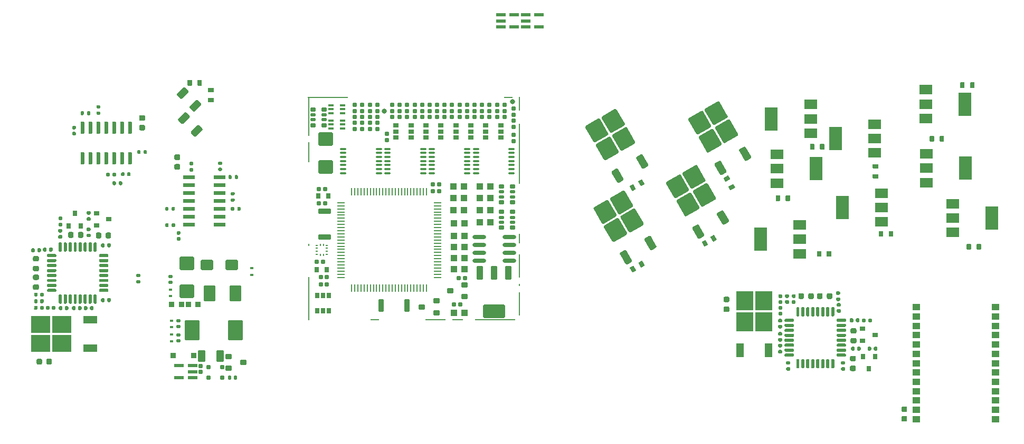
<source format=gtp>
G75*
G70*
%OFA0B0*%
%FSLAX25Y25*%
%IPPOS*%
%LPD*%
%AMOC8*
5,1,8,0,0,1.08239X$1,22.5*
%
%AMM128*
21,1,0.086610,0.073230,-0.000000,-0.000000,90.000000*
21,1,0.069290,0.090550,-0.000000,-0.000000,90.000000*
1,1,0.017320,0.036610,0.034650*
1,1,0.017320,0.036610,-0.034650*
1,1,0.017320,-0.036610,-0.034650*
1,1,0.017320,-0.036610,0.034650*
%
%AMM129*
21,1,0.094490,0.111020,-0.000000,-0.000000,180.000000*
21,1,0.075590,0.129920,-0.000000,-0.000000,180.000000*
1,1,0.018900,-0.037800,0.055510*
1,1,0.018900,0.037800,0.055510*
1,1,0.018900,0.037800,-0.055510*
1,1,0.018900,-0.037800,-0.055510*
%
%AMM130*
21,1,0.074800,0.083460,-0.000000,-0.000000,180.000000*
21,1,0.059840,0.098430,-0.000000,-0.000000,180.000000*
1,1,0.014960,-0.029920,0.041730*
1,1,0.014960,0.029920,0.041730*
1,1,0.014960,0.029920,-0.041730*
1,1,0.014960,-0.029920,-0.041730*
%
%AMM131*
21,1,0.078740,0.053540,-0.000000,-0.000000,0.000000*
21,1,0.065350,0.066930,-0.000000,-0.000000,0.000000*
1,1,0.013390,0.032680,-0.026770*
1,1,0.013390,-0.032680,-0.026770*
1,1,0.013390,-0.032680,0.026770*
1,1,0.013390,0.032680,0.026770*
%
%AMM132*
21,1,0.035430,0.030320,-0.000000,-0.000000,270.000000*
21,1,0.028350,0.037400,-0.000000,-0.000000,270.000000*
1,1,0.007090,-0.015160,-0.014170*
1,1,0.007090,-0.015160,0.014170*
1,1,0.007090,0.015160,0.014170*
1,1,0.007090,0.015160,-0.014170*
%
%AMM133*
21,1,0.021650,0.052760,-0.000000,-0.000000,90.000000*
21,1,0.017320,0.057090,-0.000000,-0.000000,90.000000*
1,1,0.004330,0.026380,0.008660*
1,1,0.004330,0.026380,-0.008660*
1,1,0.004330,-0.026380,-0.008660*
1,1,0.004330,-0.026380,0.008660*
%
%AMM134*
21,1,0.035830,0.026770,-0.000000,-0.000000,180.000000*
21,1,0.029130,0.033470,-0.000000,-0.000000,180.000000*
1,1,0.006690,-0.014570,0.013390*
1,1,0.006690,0.014570,0.013390*
1,1,0.006690,0.014570,-0.013390*
1,1,0.006690,-0.014570,-0.013390*
%
%AMM135*
21,1,0.070870,0.036220,-0.000000,-0.000000,270.000000*
21,1,0.061810,0.045280,-0.000000,-0.000000,270.000000*
1,1,0.009060,-0.018110,-0.030910*
1,1,0.009060,-0.018110,0.030910*
1,1,0.009060,0.018110,0.030910*
1,1,0.009060,0.018110,-0.030910*
%
%AMM136*
21,1,0.033470,0.026770,-0.000000,-0.000000,180.000000*
21,1,0.026770,0.033470,-0.000000,-0.000000,180.000000*
1,1,0.006690,-0.013390,0.013390*
1,1,0.006690,0.013390,0.013390*
1,1,0.006690,0.013390,-0.013390*
1,1,0.006690,-0.013390,-0.013390*
%
%AMM137*
21,1,0.015750,0.016540,-0.000000,-0.000000,90.000000*
21,1,0.012600,0.019680,-0.000000,-0.000000,90.000000*
1,1,0.003150,0.008270,0.006300*
1,1,0.003150,0.008270,-0.006300*
1,1,0.003150,-0.008270,-0.006300*
1,1,0.003150,-0.008270,0.006300*
%
%AMM138*
21,1,0.023620,0.018900,-0.000000,-0.000000,270.000000*
21,1,0.018900,0.023620,-0.000000,-0.000000,270.000000*
1,1,0.004720,-0.009450,-0.009450*
1,1,0.004720,-0.009450,0.009450*
1,1,0.004720,0.009450,0.009450*
1,1,0.004720,0.009450,-0.009450*
%
%AMM139*
21,1,0.019680,0.019680,-0.000000,-0.000000,180.000000*
21,1,0.015750,0.023620,-0.000000,-0.000000,180.000000*
1,1,0.003940,-0.007870,0.009840*
1,1,0.003940,0.007870,0.009840*
1,1,0.003940,0.007870,-0.009840*
1,1,0.003940,-0.007870,-0.009840*
%
%AMM140*
21,1,0.019680,0.019680,-0.000000,-0.000000,90.000000*
21,1,0.015750,0.023620,-0.000000,-0.000000,90.000000*
1,1,0.003940,0.009840,0.007870*
1,1,0.003940,0.009840,-0.007870*
1,1,0.003940,-0.009840,-0.007870*
1,1,0.003940,-0.009840,0.007870*
%
%AMM219*
21,1,0.025590,0.026380,-0.000000,-0.000000,90.000000*
21,1,0.020470,0.031500,-0.000000,-0.000000,90.000000*
1,1,0.005120,0.013190,0.010240*
1,1,0.005120,0.013190,-0.010240*
1,1,0.005120,-0.013190,-0.010240*
1,1,0.005120,-0.013190,0.010240*
%
%AMM220*
21,1,0.017720,0.027950,-0.000000,-0.000000,90.000000*
21,1,0.014170,0.031500,-0.000000,-0.000000,90.000000*
1,1,0.003540,0.013980,0.007090*
1,1,0.003540,0.013980,-0.007090*
1,1,0.003540,-0.013980,-0.007090*
1,1,0.003540,-0.013980,0.007090*
%
%AMM221*
21,1,0.012600,0.028980,-0.000000,-0.000000,270.000000*
21,1,0.010080,0.031500,-0.000000,-0.000000,270.000000*
1,1,0.002520,-0.014490,-0.005040*
1,1,0.002520,-0.014490,0.005040*
1,1,0.002520,0.014490,0.005040*
1,1,0.002520,0.014490,-0.005040*
%
%AMM222*
21,1,0.023620,0.030710,-0.000000,-0.000000,0.000000*
21,1,0.018900,0.035430,-0.000000,-0.000000,0.000000*
1,1,0.004720,0.009450,-0.015350*
1,1,0.004720,-0.009450,-0.015350*
1,1,0.004720,-0.009450,0.015350*
1,1,0.004720,0.009450,0.015350*
%
%AMM223*
21,1,0.027560,0.018900,-0.000000,-0.000000,270.000000*
21,1,0.022840,0.023620,-0.000000,-0.000000,270.000000*
1,1,0.004720,-0.009450,-0.011420*
1,1,0.004720,-0.009450,0.011420*
1,1,0.004720,0.009450,0.011420*
1,1,0.004720,0.009450,-0.011420*
%
%AMM224*
21,1,0.031500,0.072440,-0.000000,-0.000000,270.000000*
21,1,0.025200,0.078740,-0.000000,-0.000000,270.000000*
1,1,0.006300,-0.036220,-0.012600*
1,1,0.006300,-0.036220,0.012600*
1,1,0.006300,0.036220,0.012600*
1,1,0.006300,0.036220,-0.012600*
%
%AMM225*
21,1,0.027560,0.018900,-0.000000,-0.000000,0.000000*
21,1,0.022840,0.023620,-0.000000,-0.000000,0.000000*
1,1,0.004720,0.011420,-0.009450*
1,1,0.004720,-0.011420,-0.009450*
1,1,0.004720,-0.011420,0.009450*
1,1,0.004720,0.011420,0.009450*
%
%AMM226*
21,1,0.023620,0.030710,-0.000000,-0.000000,90.000000*
21,1,0.018900,0.035430,-0.000000,-0.000000,90.000000*
1,1,0.004720,0.015350,0.009450*
1,1,0.004720,0.015350,-0.009450*
1,1,0.004720,-0.015350,-0.009450*
1,1,0.004720,-0.015350,0.009450*
%
%AMM227*
21,1,0.035430,0.030320,-0.000000,-0.000000,90.000000*
21,1,0.028350,0.037400,-0.000000,-0.000000,90.000000*
1,1,0.007090,0.015160,0.014170*
1,1,0.007090,0.015160,-0.014170*
1,1,0.007090,-0.015160,-0.014170*
1,1,0.007090,-0.015160,0.014170*
%
%AMM228*
21,1,0.043310,0.075980,-0.000000,-0.000000,180.000000*
21,1,0.034650,0.084650,-0.000000,-0.000000,180.000000*
1,1,0.008660,-0.017320,0.037990*
1,1,0.008660,0.017320,0.037990*
1,1,0.008660,0.017320,-0.037990*
1,1,0.008660,-0.017320,-0.037990*
%
%AMM229*
21,1,0.039370,0.035430,-0.000000,-0.000000,180.000000*
21,1,0.031500,0.043310,-0.000000,-0.000000,180.000000*
1,1,0.007870,-0.015750,0.017720*
1,1,0.007870,0.015750,0.017720*
1,1,0.007870,0.015750,-0.017720*
1,1,0.007870,-0.015750,-0.017720*
%
%AMM230*
21,1,0.027560,0.030710,-0.000000,-0.000000,180.000000*
21,1,0.022050,0.036220,-0.000000,-0.000000,180.000000*
1,1,0.005510,-0.011020,0.015350*
1,1,0.005510,0.011020,0.015350*
1,1,0.005510,0.011020,-0.015350*
1,1,0.005510,-0.011020,-0.015350*
%
%AMM231*
21,1,0.031500,0.072440,-0.000000,-0.000000,180.000000*
21,1,0.025200,0.078740,-0.000000,-0.000000,180.000000*
1,1,0.006300,-0.012600,0.036220*
1,1,0.006300,0.012600,0.036220*
1,1,0.006300,0.012600,-0.036220*
1,1,0.006300,-0.012600,-0.036220*
%
%AMM232*
21,1,0.137800,0.067720,-0.000000,-0.000000,180.000000*
21,1,0.120870,0.084650,-0.000000,-0.000000,180.000000*
1,1,0.016930,-0.060430,0.033860*
1,1,0.016930,0.060430,0.033860*
1,1,0.016930,0.060430,-0.033860*
1,1,0.016930,-0.060430,-0.033860*
%
%AMM233*
21,1,0.043310,0.075990,-0.000000,-0.000000,180.000000*
21,1,0.034650,0.084650,-0.000000,-0.000000,180.000000*
1,1,0.008660,-0.017320,0.037990*
1,1,0.008660,0.017320,0.037990*
1,1,0.008660,0.017320,-0.037990*
1,1,0.008660,-0.017320,-0.037990*
%
%AMM234*
21,1,0.086610,0.073230,-0.000000,-0.000000,270.000000*
21,1,0.069290,0.090550,-0.000000,-0.000000,270.000000*
1,1,0.017320,-0.036610,-0.034650*
1,1,0.017320,-0.036610,0.034650*
1,1,0.017320,0.036610,0.034650*
1,1,0.017320,0.036610,-0.034650*
%
%AMM6*
21,1,0.021650,0.052760,0.000000,0.000000,270.000000*
21,1,0.017320,0.057090,0.000000,0.000000,270.000000*
1,1,0.004330,-0.026380,-0.008660*
1,1,0.004330,-0.026380,0.008660*
1,1,0.004330,0.026380,0.008660*
1,1,0.004330,0.026380,-0.008660*
%
%ADD100M6*%
%ADD12R,0.07874X0.05906*%
%ADD13R,0.07874X0.14961*%
%ADD137R,0.03543X0.03150*%
%ADD138R,0.04724X0.08661*%
%ADD141R,0.03150X0.03543*%
%ADD146R,0.10827X0.12008*%
%ADD153O,0.04724X0.00866*%
%ADD154O,0.00866X0.04724*%
%ADD155O,0.04331X0.01181*%
%ADD158R,0.01378X0.00984*%
%ADD159R,0.00984X0.01378*%
%ADD164O,0.08661X0.02362*%
%ADD282M128*%
%ADD283M129*%
%ADD284M130*%
%ADD285M131*%
%ADD286M132*%
%ADD287M133*%
%ADD288M134*%
%ADD289M135*%
%ADD290M136*%
%ADD291M137*%
%ADD292M138*%
%ADD293M139*%
%ADD294M140*%
%ADD318R,0.08661X0.04724*%
%ADD322R,0.12008X0.10827*%
%ADD400M219*%
%ADD401M220*%
%ADD402M221*%
%ADD403M222*%
%ADD404M223*%
%ADD405M224*%
%ADD406M225*%
%ADD407M226*%
%ADD408M227*%
%ADD409M228*%
%ADD410M229*%
%ADD411M230*%
%ADD412M231*%
%ADD413M232*%
%ADD414M233*%
%ADD415M234*%
%ADD46R,0.00787X0.14567*%
%ADD47R,0.00787X0.01575*%
%ADD48R,0.00787X0.06299*%
%ADD49R,0.00787X0.38189*%
%ADD50R,0.00787X0.09055*%
%ADD51R,0.05512X0.00787*%
%ADD52R,0.25197X0.00787*%
%ADD53R,0.06693X0.00787*%
%ADD54R,0.12992X0.00787*%
%ADD55R,0.00787X0.27559*%
%ADD56R,0.00787X0.12992*%
%ADD57R,0.00787X0.24803*%
%ADD58R,0.05118X0.03937*%
%ADD68C,0.03150*%
X0000000Y0000000D02*
%LPD*%
G01*
D12*
X0499902Y0194532D03*
X0499902Y0203587D03*
X0499902Y0212642D03*
D13*
X0475099Y0203587D03*
G36*
G01*
X0603457Y0226347D02*
X0603457Y0223276D01*
G75*
G02*
X0603181Y0223000I-000276J0000000D01*
G01*
X0600977Y0223000D01*
G75*
G02*
X0600701Y0223276I0000000J0000276D01*
G01*
X0600701Y0226347D01*
G75*
G02*
X0600977Y0226622I0000276J0000000D01*
G01*
X0603181Y0226622D01*
G75*
G02*
X0603457Y0226347I0000000J-000276D01*
G01*
G37*
G36*
G01*
X0597158Y0226347D02*
X0597158Y0223276D01*
G75*
G02*
X0596882Y0223000I-000276J0000000D01*
G01*
X0594677Y0223000D01*
G75*
G02*
X0594402Y0223276I0000000J0000276D01*
G01*
X0594402Y0226347D01*
G75*
G02*
X0594677Y0226622I0000276J0000000D01*
G01*
X0596882Y0226622D01*
G75*
G02*
X0597158Y0226347I0000000J-000276D01*
G01*
G37*
G36*
G01*
X0575111Y0189417D02*
X0575111Y0192488D01*
G75*
G02*
X0575386Y0192764I0000276J0000000D01*
G01*
X0577591Y0192764D01*
G75*
G02*
X0577866Y0192488I0000000J-000276D01*
G01*
X0577866Y0189417D01*
G75*
G02*
X0577591Y0189142I-000276J0000000D01*
G01*
X0575386Y0189142D01*
G75*
G02*
X0575111Y0189417I0000000J0000276D01*
G01*
G37*
G36*
G01*
X0581410Y0189417D02*
X0581410Y0192488D01*
G75*
G02*
X0581685Y0192764I0000276J0000000D01*
G01*
X0583890Y0192764D01*
G75*
G02*
X0584166Y0192488I0000000J-000276D01*
G01*
X0584166Y0189417D01*
G75*
G02*
X0583890Y0189142I-000276J0000000D01*
G01*
X0581685Y0189142D01*
G75*
G02*
X0581410Y0189417I0000000J0000276D01*
G01*
G37*
G36*
G01*
X0542425Y0165791D02*
X0539354Y0165791D01*
G75*
G02*
X0539079Y0166067I0000000J0000276D01*
G01*
X0539079Y0168272D01*
G75*
G02*
X0539354Y0168547I0000276J0000000D01*
G01*
X0542425Y0168547D01*
G75*
G02*
X0542701Y0168272I0000000J-000276D01*
G01*
X0542701Y0166067D01*
G75*
G02*
X0542425Y0165791I-000276J0000000D01*
G01*
G37*
G36*
G01*
X0542425Y0172091D02*
X0539354Y0172091D01*
G75*
G02*
X0539079Y0172366I0000000J0000276D01*
G01*
X0539079Y0174571D01*
G75*
G02*
X0539354Y0174847I0000276J0000000D01*
G01*
X0542425Y0174847D01*
G75*
G02*
X0542701Y0174571I0000000J-000276D01*
G01*
X0542701Y0172366D01*
G75*
G02*
X0542425Y0172091I-000276J0000000D01*
G01*
G37*
D12*
X0493111Y0118221D03*
X0493111Y0127276D03*
X0493111Y0136331D03*
D13*
X0468307Y0127276D03*
G36*
G01*
X0132176Y0165978D02*
X0132176Y0167435D01*
G75*
G02*
X0132708Y0167967I0000531J0000000D01*
G01*
X0133771Y0167967D01*
G75*
G02*
X0134302Y0167435I0000000J-000531D01*
G01*
X0134302Y0165978D01*
G75*
G02*
X0133771Y0165447I-000531J0000000D01*
G01*
X0132708Y0165447D01*
G75*
G02*
X0132176Y0165978I0000000J0000531D01*
G01*
G37*
G36*
G01*
X0136192Y0165978D02*
X0136192Y0167435D01*
G75*
G02*
X0136724Y0167967I0000531J0000000D01*
G01*
X0137787Y0167967D01*
G75*
G02*
X0138318Y0167435I0000000J-000531D01*
G01*
X0138318Y0165978D01*
G75*
G02*
X0137787Y0165447I-000531J0000000D01*
G01*
X0136724Y0165447D01*
G75*
G02*
X0136192Y0165978I0000000J0000531D01*
G01*
G37*
G36*
G01*
X0100098Y0132459D02*
X0101436Y0132459D01*
G75*
G02*
X0101988Y0131908I0000000J-000551D01*
G01*
X0101988Y0130805D01*
G75*
G02*
X0101436Y0130254I-000551J0000000D01*
G01*
X0100098Y0130254D01*
G75*
G02*
X0099547Y0130805I0000000J0000551D01*
G01*
X0099547Y0131908D01*
G75*
G02*
X0100098Y0132459I0000551J0000000D01*
G01*
G37*
G36*
G01*
X0100098Y0128679D02*
X0101436Y0128679D01*
G75*
G02*
X0101988Y0128128I0000000J-000551D01*
G01*
X0101988Y0127026D01*
G75*
G02*
X0101436Y0126475I-000551J0000000D01*
G01*
X0100098Y0126475D01*
G75*
G02*
X0099547Y0127026I0000000J0000551D01*
G01*
X0099547Y0128128D01*
G75*
G02*
X0100098Y0128679I0000551J0000000D01*
G01*
G37*
G36*
G01*
X0446383Y0169387D02*
X0443996Y0168009D01*
G75*
G02*
X0442651Y0168370I-000492J0000852D01*
G01*
X0439305Y0174166D01*
G75*
G02*
X0439665Y0175510I0000852J0000492D01*
G01*
X0442052Y0176888D01*
G75*
G02*
X0443396Y0176528I0000492J-000852D01*
G01*
X0446743Y0170732D01*
G75*
G02*
X0446383Y0169387I-000852J-000492D01*
G01*
G37*
G36*
G01*
X0453731Y0192723D02*
X0446059Y0188294D01*
G75*
G02*
X0444715Y0188654I-000492J0000852D01*
G01*
X0439695Y0197349D01*
G75*
G02*
X0440055Y0198693I0000852J0000492D01*
G01*
X0447727Y0203122D01*
G75*
G02*
X0449071Y0202762I0000492J-000852D01*
G01*
X0454091Y0194068D01*
G75*
G02*
X0453731Y0192723I-000852J-000492D01*
G01*
G37*
G36*
G01*
X0443332Y0186719D02*
X0435660Y0182290D01*
G75*
G02*
X0434316Y0182650I-000492J0000852D01*
G01*
X0429296Y0191345D01*
G75*
G02*
X0429656Y0192689I0000852J0000492D01*
G01*
X0437328Y0197118D01*
G75*
G02*
X0438672Y0196758I0000492J-000852D01*
G01*
X0443692Y0188064D01*
G75*
G02*
X0443332Y0186719I-000852J-000492D01*
G01*
G37*
G36*
G01*
X0447136Y0204145D02*
X0439465Y0199716D01*
G75*
G02*
X0438120Y0200076I-000492J0000852D01*
G01*
X0433100Y0208771D01*
G75*
G02*
X0433461Y0210115I0000852J0000492D01*
G01*
X0441132Y0214544D01*
G75*
G02*
X0442477Y0214184I0000492J-000852D01*
G01*
X0447496Y0205490D01*
G75*
G02*
X0447136Y0204145I-000852J-000492D01*
G01*
G37*
G36*
G01*
X0436737Y0198141D02*
X0429066Y0193712D01*
G75*
G02*
X0427721Y0194072I-000492J0000852D01*
G01*
X0422701Y0202767D01*
G75*
G02*
X0423062Y0204111I0000852J0000492D01*
G01*
X0430733Y0208540D01*
G75*
G02*
X0432078Y0208180I0000492J-000852D01*
G01*
X0437097Y0199486D01*
G75*
G02*
X0436737Y0198141I-000852J-000492D01*
G01*
G37*
G36*
G01*
X0461930Y0178364D02*
X0459544Y0176986D01*
G75*
G02*
X0458199Y0177346I-000492J0000852D01*
G01*
X0454853Y0183142D01*
G75*
G02*
X0455213Y0184487I0000852J0000492D01*
G01*
X0457599Y0185865D01*
G75*
G02*
X0458944Y0185504I0000492J-000852D01*
G01*
X0462290Y0179708D01*
G75*
G02*
X0461930Y0178364I-000852J-000492D01*
G01*
G37*
G36*
G01*
X0045018Y0207895D02*
X0045018Y0206438D01*
G75*
G02*
X0044487Y0205907I-000531J0000000D01*
G01*
X0043424Y0205907D01*
G75*
G02*
X0042892Y0206438I0000000J0000531D01*
G01*
X0042892Y0207895D01*
G75*
G02*
X0043424Y0208427I0000531J0000000D01*
G01*
X0044487Y0208427D01*
G75*
G02*
X0045018Y0207895I0000000J-000531D01*
G01*
G37*
G36*
G01*
X0041002Y0207895D02*
X0041002Y0206438D01*
G75*
G02*
X0040471Y0205907I-000531J0000000D01*
G01*
X0039408Y0205907D01*
G75*
G02*
X0038876Y0206438I0000000J0000531D01*
G01*
X0038876Y0207895D01*
G75*
G02*
X0039408Y0208427I0000531J0000000D01*
G01*
X0040471Y0208427D01*
G75*
G02*
X0041002Y0207895I0000000J-000531D01*
G01*
G37*
G36*
G01*
X0049382Y0212218D02*
X0050839Y0212218D01*
G75*
G02*
X0051370Y0211686I0000000J-000531D01*
G01*
X0051370Y0210623D01*
G75*
G02*
X0050839Y0210092I-000531J0000000D01*
G01*
X0049382Y0210092D01*
G75*
G02*
X0048851Y0210623I0000000J0000531D01*
G01*
X0048851Y0211686D01*
G75*
G02*
X0049382Y0212218I0000531J0000000D01*
G01*
G37*
G36*
G01*
X0049382Y0208202D02*
X0050839Y0208202D01*
G75*
G02*
X0051370Y0207670I0000000J-000531D01*
G01*
X0051370Y0206607D01*
G75*
G02*
X0050839Y0206076I-000531J0000000D01*
G01*
X0049382Y0206076D01*
G75*
G02*
X0048851Y0206607I0000000J0000531D01*
G01*
X0048851Y0207670D01*
G75*
G02*
X0049382Y0208202I0000531J0000000D01*
G01*
G37*
G36*
G01*
X0381390Y0164486D02*
X0379004Y0163108D01*
G75*
G02*
X0377659Y0163468I-000492J0000852D01*
G01*
X0374313Y0169264D01*
G75*
G02*
X0374673Y0170609I0000852J0000492D01*
G01*
X0377060Y0171987D01*
G75*
G02*
X0378404Y0171627I0000492J-000852D01*
G01*
X0381750Y0165830D01*
G75*
G02*
X0381390Y0164486I-000852J-000492D01*
G01*
G37*
G36*
G01*
X0388738Y0187822D02*
X0381067Y0183392D01*
G75*
G02*
X0379722Y0183753I-000492J0000852D01*
G01*
X0374703Y0192447D01*
G75*
G02*
X0375063Y0193792I0000852J0000492D01*
G01*
X0382734Y0198221D01*
G75*
G02*
X0384079Y0197860I0000492J-000852D01*
G01*
X0389098Y0189166D01*
G75*
G02*
X0388738Y0187822I-000852J-000492D01*
G01*
G37*
G36*
G01*
X0378339Y0181818D02*
X0370668Y0177389D01*
G75*
G02*
X0369323Y0177749I-000492J0000852D01*
G01*
X0364303Y0186443D01*
G75*
G02*
X0364664Y0187788I0000852J0000492D01*
G01*
X0372335Y0192217D01*
G75*
G02*
X0373680Y0191857I0000492J-000852D01*
G01*
X0378699Y0183162D01*
G75*
G02*
X0378339Y0181818I-000852J-000492D01*
G01*
G37*
G36*
G01*
X0382144Y0199244D02*
X0374472Y0194814D01*
G75*
G02*
X0373128Y0195175I-000492J0000852D01*
G01*
X0368108Y0203869D01*
G75*
G02*
X0368468Y0205214I0000852J0000492D01*
G01*
X0376140Y0209643D01*
G75*
G02*
X0377484Y0209282I0000492J-000852D01*
G01*
X0382504Y0200588D01*
G75*
G02*
X0382144Y0199244I-000852J-000492D01*
G01*
G37*
G36*
G01*
X0371745Y0193240D02*
X0364073Y0188811D01*
G75*
G02*
X0362729Y0189171I-000492J0000852D01*
G01*
X0357709Y0197865D01*
G75*
G02*
X0358069Y0199210I0000852J0000492D01*
G01*
X0365741Y0203639D01*
G75*
G02*
X0367085Y0203279I0000492J-000852D01*
G01*
X0372105Y0194584D01*
G75*
G02*
X0371745Y0193240I-000852J-000492D01*
G01*
G37*
G36*
G01*
X0396938Y0173462D02*
X0394551Y0172084D01*
G75*
G02*
X0393207Y0172444I-000492J0000852D01*
G01*
X0389860Y0178241D01*
G75*
G02*
X0390220Y0179585I0000852J0000492D01*
G01*
X0392607Y0180963D01*
G75*
G02*
X0393952Y0180603I0000492J-000852D01*
G01*
X0397298Y0174807D01*
G75*
G02*
X0396938Y0173462I-000852J-000492D01*
G01*
G37*
G36*
G01*
X0109500Y0170165D02*
X0108044Y0170165D01*
G75*
G02*
X0107512Y0170697I0000000J0000531D01*
G01*
X0107512Y0171760D01*
G75*
G02*
X0108044Y0172291I0000531J0000000D01*
G01*
X0109500Y0172291D01*
G75*
G02*
X0110032Y0171760I0000000J-000531D01*
G01*
X0110032Y0170697D01*
G75*
G02*
X0109500Y0170165I-000531J0000000D01*
G01*
G37*
G36*
G01*
X0109500Y0174181D02*
X0108044Y0174181D01*
G75*
G02*
X0107512Y0174713I0000000J0000531D01*
G01*
X0107512Y0175776D01*
G75*
G02*
X0108044Y0176307I0000531J0000000D01*
G01*
X0109500Y0176307D01*
G75*
G02*
X0110032Y0175776I0000000J-000531D01*
G01*
X0110032Y0174713D01*
G75*
G02*
X0109500Y0174181I-000531J0000000D01*
G01*
G37*
G36*
G01*
X0092366Y0135558D02*
X0092366Y0137015D01*
G75*
G02*
X0092898Y0137547I0000531J0000000D01*
G01*
X0093961Y0137547D01*
G75*
G02*
X0094492Y0137015I0000000J-000531D01*
G01*
X0094492Y0135558D01*
G75*
G02*
X0093961Y0135027I-000531J0000000D01*
G01*
X0092898Y0135027D01*
G75*
G02*
X0092366Y0135558I0000000J0000531D01*
G01*
G37*
G36*
G01*
X0096382Y0135558D02*
X0096382Y0137015D01*
G75*
G02*
X0096914Y0137547I0000531J0000000D01*
G01*
X0097977Y0137547D01*
G75*
G02*
X0098508Y0137015I0000000J-000531D01*
G01*
X0098508Y0135558D01*
G75*
G02*
X0097977Y0135027I-000531J0000000D01*
G01*
X0096914Y0135027D01*
G75*
G02*
X0096382Y0135558I0000000J0000531D01*
G01*
G37*
G36*
G01*
X0034087Y0199063D02*
X0035426Y0199063D01*
G75*
G02*
X0035977Y0198512I0000000J-000551D01*
G01*
X0035977Y0197409D01*
G75*
G02*
X0035426Y0196858I-000551J0000000D01*
G01*
X0034087Y0196858D01*
G75*
G02*
X0033536Y0197409I0000000J0000551D01*
G01*
X0033536Y0198512D01*
G75*
G02*
X0034087Y0199063I0000551J0000000D01*
G01*
G37*
G36*
G01*
X0034087Y0195284D02*
X0035426Y0195284D01*
G75*
G02*
X0035977Y0194732I0000000J-000551D01*
G01*
X0035977Y0193630D01*
G75*
G02*
X0035426Y0193079I-000551J0000000D01*
G01*
X0034087Y0193079D01*
G75*
G02*
X0033536Y0193630I0000000J0000551D01*
G01*
X0033536Y0194732D01*
G75*
G02*
X0034087Y0195284I0000551J0000000D01*
G01*
G37*
G36*
G01*
X0064441Y0167843D02*
X0064441Y0169181D01*
G75*
G02*
X0064992Y0169732I0000551J0000000D01*
G01*
X0066095Y0169732D01*
G75*
G02*
X0066646Y0169181I0000000J-000551D01*
G01*
X0066646Y0167843D01*
G75*
G02*
X0066095Y0167291I-000551J0000000D01*
G01*
X0064992Y0167291D01*
G75*
G02*
X0064441Y0167843I0000000J0000551D01*
G01*
G37*
G36*
G01*
X0068221Y0167843D02*
X0068221Y0169181D01*
G75*
G02*
X0068772Y0169732I0000551J0000000D01*
G01*
X0069874Y0169732D01*
G75*
G02*
X0070426Y0169181I0000000J-000551D01*
G01*
X0070426Y0167843D01*
G75*
G02*
X0069874Y0167291I-000551J0000000D01*
G01*
X0068772Y0167291D01*
G75*
G02*
X0068221Y0167843I0000000J0000551D01*
G01*
G37*
G36*
G01*
X0551965Y0132284D02*
X0551965Y0129213D01*
G75*
G02*
X0551689Y0128937I-000276J0000000D01*
G01*
X0549485Y0128937D01*
G75*
G02*
X0549209Y0129213I0000000J0000276D01*
G01*
X0549209Y0132284D01*
G75*
G02*
X0549485Y0132559I0000276J0000000D01*
G01*
X0551689Y0132559D01*
G75*
G02*
X0551965Y0132284I0000000J-000276D01*
G01*
G37*
G36*
G01*
X0545666Y0132284D02*
X0545666Y0129213D01*
G75*
G02*
X0545390Y0128937I-000276J0000000D01*
G01*
X0543185Y0128937D01*
G75*
G02*
X0542910Y0129213I0000000J0000276D01*
G01*
X0542910Y0132284D01*
G75*
G02*
X0543185Y0132559I0000276J0000000D01*
G01*
X0545390Y0132559D01*
G75*
G02*
X0545666Y0132284I0000000J-000276D01*
G01*
G37*
G36*
G01*
X0115492Y0227917D02*
X0115492Y0224847D01*
G75*
G02*
X0115217Y0224571I-000276J0000000D01*
G01*
X0113012Y0224571D01*
G75*
G02*
X0112737Y0224847I0000000J0000276D01*
G01*
X0112737Y0227917D01*
G75*
G02*
X0113012Y0228193I0000276J0000000D01*
G01*
X0115217Y0228193D01*
G75*
G02*
X0115492Y0227917I0000000J-000276D01*
G01*
G37*
G36*
G01*
X0109193Y0227917D02*
X0109193Y0224847D01*
G75*
G02*
X0108918Y0224571I-000276J0000000D01*
G01*
X0106713Y0224571D01*
G75*
G02*
X0106437Y0224847I0000000J0000276D01*
G01*
X0106437Y0227917D01*
G75*
G02*
X0106713Y0228193I0000276J0000000D01*
G01*
X0108918Y0228193D01*
G75*
G02*
X0109193Y0227917I0000000J-000276D01*
G01*
G37*
D12*
X0544666Y0138311D03*
X0544666Y0147366D03*
X0544666Y0156421D03*
D13*
X0519863Y0147366D03*
G36*
G01*
X0130349Y0137462D02*
X0130349Y0135690D01*
G75*
G02*
X0130054Y0135395I-000295J0000000D01*
G01*
X0123164Y0135395D01*
G75*
G02*
X0122869Y0135690I0000000J0000295D01*
G01*
X0122869Y0137462D01*
G75*
G02*
X0123164Y0137757I0000295J0000000D01*
G01*
X0130054Y0137757D01*
G75*
G02*
X0130349Y0137462I0000000J-000295D01*
G01*
G37*
G36*
G01*
X0130349Y0142462D02*
X0130349Y0140690D01*
G75*
G02*
X0130054Y0140395I-000295J0000000D01*
G01*
X0123164Y0140395D01*
G75*
G02*
X0122869Y0140690I0000000J0000295D01*
G01*
X0122869Y0142462D01*
G75*
G02*
X0123164Y0142757I0000295J0000000D01*
G01*
X0130054Y0142757D01*
G75*
G02*
X0130349Y0142462I0000000J-000295D01*
G01*
G37*
G36*
G01*
X0130349Y0147462D02*
X0130349Y0145690D01*
G75*
G02*
X0130054Y0145395I-000295J0000000D01*
G01*
X0123164Y0145395D01*
G75*
G02*
X0122869Y0145690I0000000J0000295D01*
G01*
X0122869Y0147462D01*
G75*
G02*
X0123164Y0147757I0000295J0000000D01*
G01*
X0130054Y0147757D01*
G75*
G02*
X0130349Y0147462I0000000J-000295D01*
G01*
G37*
G36*
G01*
X0130349Y0152462D02*
X0130349Y0150690D01*
G75*
G02*
X0130054Y0150395I-000295J0000000D01*
G01*
X0123164Y0150395D01*
G75*
G02*
X0122869Y0150690I0000000J0000295D01*
G01*
X0122869Y0152462D01*
G75*
G02*
X0123164Y0152757I0000295J0000000D01*
G01*
X0130054Y0152757D01*
G75*
G02*
X0130349Y0152462I0000000J-000295D01*
G01*
G37*
G36*
G01*
X0130349Y0157462D02*
X0130349Y0155690D01*
G75*
G02*
X0130054Y0155395I-000295J0000000D01*
G01*
X0123164Y0155395D01*
G75*
G02*
X0122869Y0155690I0000000J0000295D01*
G01*
X0122869Y0157462D01*
G75*
G02*
X0123164Y0157757I0000295J0000000D01*
G01*
X0130054Y0157757D01*
G75*
G02*
X0130349Y0157462I0000000J-000295D01*
G01*
G37*
G36*
G01*
X0130349Y0162462D02*
X0130349Y0160690D01*
G75*
G02*
X0130054Y0160395I-000295J0000000D01*
G01*
X0123164Y0160395D01*
G75*
G02*
X0122869Y0160690I0000000J0000295D01*
G01*
X0122869Y0162462D01*
G75*
G02*
X0123164Y0162757I0000295J0000000D01*
G01*
X0130054Y0162757D01*
G75*
G02*
X0130349Y0162462I0000000J-000295D01*
G01*
G37*
G36*
G01*
X0130349Y0167462D02*
X0130349Y0165690D01*
G75*
G02*
X0130054Y0165395I-000295J0000000D01*
G01*
X0123164Y0165395D01*
G75*
G02*
X0122869Y0165690I0000000J0000295D01*
G01*
X0122869Y0167462D01*
G75*
G02*
X0123164Y0167757I0000295J0000000D01*
G01*
X0130054Y0167757D01*
G75*
G02*
X0130349Y0167462I0000000J-000295D01*
G01*
G37*
G36*
G01*
X0111018Y0167462D02*
X0111018Y0165690D01*
G75*
G02*
X0110723Y0165395I-000295J0000000D01*
G01*
X0103833Y0165395D01*
G75*
G02*
X0103538Y0165690I0000000J0000295D01*
G01*
X0103538Y0167462D01*
G75*
G02*
X0103833Y0167757I0000295J0000000D01*
G01*
X0110723Y0167757D01*
G75*
G02*
X0111018Y0167462I0000000J-000295D01*
G01*
G37*
G36*
G01*
X0111018Y0162462D02*
X0111018Y0160690D01*
G75*
G02*
X0110723Y0160395I-000295J0000000D01*
G01*
X0103833Y0160395D01*
G75*
G02*
X0103538Y0160690I0000000J0000295D01*
G01*
X0103538Y0162462D01*
G75*
G02*
X0103833Y0162757I0000295J0000000D01*
G01*
X0110723Y0162757D01*
G75*
G02*
X0111018Y0162462I0000000J-000295D01*
G01*
G37*
G36*
G01*
X0111018Y0157462D02*
X0111018Y0155690D01*
G75*
G02*
X0110723Y0155395I-000295J0000000D01*
G01*
X0103833Y0155395D01*
G75*
G02*
X0103538Y0155690I0000000J0000295D01*
G01*
X0103538Y0157462D01*
G75*
G02*
X0103833Y0157757I0000295J0000000D01*
G01*
X0110723Y0157757D01*
G75*
G02*
X0111018Y0157462I0000000J-000295D01*
G01*
G37*
G36*
G01*
X0111018Y0152462D02*
X0111018Y0150690D01*
G75*
G02*
X0110723Y0150395I-000295J0000000D01*
G01*
X0103833Y0150395D01*
G75*
G02*
X0103538Y0150690I0000000J0000295D01*
G01*
X0103538Y0152462D01*
G75*
G02*
X0103833Y0152757I0000295J0000000D01*
G01*
X0110723Y0152757D01*
G75*
G02*
X0111018Y0152462I0000000J-000295D01*
G01*
G37*
G36*
G01*
X0111018Y0147462D02*
X0111018Y0145690D01*
G75*
G02*
X0110723Y0145395I-000295J0000000D01*
G01*
X0103833Y0145395D01*
G75*
G02*
X0103538Y0145690I0000000J0000295D01*
G01*
X0103538Y0147462D01*
G75*
G02*
X0103833Y0147757I0000295J0000000D01*
G01*
X0110723Y0147757D01*
G75*
G02*
X0111018Y0147462I0000000J-000295D01*
G01*
G37*
G36*
G01*
X0111018Y0142462D02*
X0111018Y0140690D01*
G75*
G02*
X0110723Y0140395I-000295J0000000D01*
G01*
X0103833Y0140395D01*
G75*
G02*
X0103538Y0140690I0000000J0000295D01*
G01*
X0103538Y0142462D01*
G75*
G02*
X0103833Y0142757I0000295J0000000D01*
G01*
X0110723Y0142757D01*
G75*
G02*
X0111018Y0142462I0000000J-000295D01*
G01*
G37*
G36*
G01*
X0111018Y0137462D02*
X0111018Y0135690D01*
G75*
G02*
X0110723Y0135395I-000295J0000000D01*
G01*
X0103833Y0135395D01*
G75*
G02*
X0103538Y0135690I0000000J0000295D01*
G01*
X0103538Y0137462D01*
G75*
G02*
X0103833Y0137757I0000295J0000000D01*
G01*
X0110723Y0137757D01*
G75*
G02*
X0111018Y0137462I0000000J-000295D01*
G01*
G37*
G36*
G01*
X0432351Y0129068D02*
X0429964Y0127690D01*
G75*
G02*
X0428620Y0128051I-000492J0000852D01*
G01*
X0425273Y0133847D01*
G75*
G02*
X0425634Y0135191I0000852J0000492D01*
G01*
X0428020Y0136569D01*
G75*
G02*
X0429365Y0136209I0000492J-000852D01*
G01*
X0432711Y0130413D01*
G75*
G02*
X0432351Y0129068I-000852J-000492D01*
G01*
G37*
G36*
G01*
X0439699Y0152404D02*
X0432028Y0147975D01*
G75*
G02*
X0430683Y0148335I-000492J0000852D01*
G01*
X0425663Y0157030D01*
G75*
G02*
X0426024Y0158374I0000852J0000492D01*
G01*
X0433695Y0162803D01*
G75*
G02*
X0435040Y0162443I0000492J-000852D01*
G01*
X0440059Y0153749D01*
G75*
G02*
X0439699Y0152404I-000852J-000492D01*
G01*
G37*
G36*
G01*
X0429300Y0146400D02*
X0421629Y0141971D01*
G75*
G02*
X0420284Y0142331I-000492J0000852D01*
G01*
X0415264Y0151026D01*
G75*
G02*
X0415625Y0152370I0000852J0000492D01*
G01*
X0423296Y0156799D01*
G75*
G02*
X0424641Y0156439I0000492J-000852D01*
G01*
X0429660Y0147745D01*
G75*
G02*
X0429300Y0146400I-000852J-000492D01*
G01*
G37*
G36*
G01*
X0433105Y0163826D02*
X0425433Y0159397D01*
G75*
G02*
X0424089Y0159757I-000492J0000852D01*
G01*
X0419069Y0168452D01*
G75*
G02*
X0419429Y0169796I0000852J0000492D01*
G01*
X0427101Y0174225D01*
G75*
G02*
X0428445Y0173865I0000492J-000852D01*
G01*
X0433465Y0165171D01*
G75*
G02*
X0433105Y0163826I-000852J-000492D01*
G01*
G37*
G36*
G01*
X0422706Y0157822D02*
X0415034Y0153393D01*
G75*
G02*
X0413690Y0153753I-000492J0000852D01*
G01*
X0408670Y0162448D01*
G75*
G02*
X0409030Y0163792I0000852J0000492D01*
G01*
X0416702Y0168221D01*
G75*
G02*
X0418046Y0167861I0000492J-000852D01*
G01*
X0423066Y0159167D01*
G75*
G02*
X0422706Y0157822I-000852J-000492D01*
G01*
G37*
G36*
G01*
X0447899Y0138045D02*
X0445512Y0136667D01*
G75*
G02*
X0444167Y0137027I-000492J0000852D01*
G01*
X0440821Y0142823D01*
G75*
G02*
X0441181Y0144168I0000852J0000492D01*
G01*
X0443568Y0145546D01*
G75*
G02*
X0444912Y0145186I0000492J-000852D01*
G01*
X0448259Y0139389D01*
G75*
G02*
X0447899Y0138045I-000852J-000492D01*
G01*
G37*
D12*
X0540469Y0181972D03*
X0540469Y0191028D03*
X0540469Y0200083D03*
D13*
X0515666Y0191028D03*
D12*
X0478650Y0181024D03*
X0478650Y0171969D03*
X0478650Y0162913D03*
D13*
X0503453Y0171969D03*
G36*
G01*
X0560496Y0011945D02*
X0557819Y0011945D01*
G75*
G02*
X0557485Y0012280I0000000J0000335D01*
G01*
X0557485Y0014957D01*
G75*
G02*
X0557819Y0015291I0000335J0000000D01*
G01*
X0560496Y0015291D01*
G75*
G02*
X0560831Y0014957I0000000J-000335D01*
G01*
X0560831Y0012280D01*
G75*
G02*
X0560496Y0011945I-000335J0000000D01*
G01*
G37*
G36*
G01*
X0560496Y0018165D02*
X0557819Y0018165D01*
G75*
G02*
X0557485Y0018500I0000000J0000335D01*
G01*
X0557485Y0021177D01*
G75*
G02*
X0557819Y0021512I0000335J0000000D01*
G01*
X0560496Y0021512D01*
G75*
G02*
X0560831Y0021177I0000000J-000335D01*
G01*
X0560831Y0018500D01*
G75*
G02*
X0560496Y0018165I-000335J0000000D01*
G01*
G37*
G36*
G01*
X0387300Y0106438D02*
X0385764Y0109097D01*
G75*
G02*
X0385865Y0109474I0000239J0000138D01*
G01*
X0387775Y0110576D01*
G75*
G02*
X0388151Y0110475I0000138J-000239D01*
G01*
X0389687Y0107816D01*
G75*
G02*
X0389586Y0107440I-000239J-000138D01*
G01*
X0387676Y0106337D01*
G75*
G02*
X0387300Y0106438I-000138J0000239D01*
G01*
G37*
G36*
G01*
X0392755Y0109588D02*
X0391220Y0112247D01*
G75*
G02*
X0391321Y0112624I0000239J0000138D01*
G01*
X0393230Y0113726D01*
G75*
G02*
X0393606Y0113625I0000138J-000239D01*
G01*
X0395142Y0110966D01*
G75*
G02*
X0395041Y0110589I-000239J-000138D01*
G01*
X0393132Y0109487D01*
G75*
G02*
X0392755Y0109588I-000138J0000239D01*
G01*
G37*
G36*
G01*
X0477866Y0151791D02*
X0477866Y0154862D01*
G75*
G02*
X0478142Y0155138I0000276J0000000D01*
G01*
X0480347Y0155138D01*
G75*
G02*
X0480622Y0154862I0000000J-000276D01*
G01*
X0480622Y0151791D01*
G75*
G02*
X0480347Y0151516I-000276J0000000D01*
G01*
X0478142Y0151516D01*
G75*
G02*
X0477866Y0151791I0000000J0000276D01*
G01*
G37*
G36*
G01*
X0484166Y0151791D02*
X0484166Y0154862D01*
G75*
G02*
X0484441Y0155138I0000276J0000000D01*
G01*
X0486646Y0155138D01*
G75*
G02*
X0486922Y0154862I0000000J-000276D01*
G01*
X0486922Y0151791D01*
G75*
G02*
X0486646Y0151516I-000276J0000000D01*
G01*
X0484441Y0151516D01*
G75*
G02*
X0484166Y0151791I0000000J0000276D01*
G01*
G37*
G36*
G01*
X0126388Y0176489D02*
X0127726Y0176489D01*
G75*
G02*
X0128278Y0175938I0000000J-000551D01*
G01*
X0128278Y0174835D01*
G75*
G02*
X0127726Y0174284I-000551J0000000D01*
G01*
X0126388Y0174284D01*
G75*
G02*
X0125837Y0174835I0000000J0000551D01*
G01*
X0125837Y0175938D01*
G75*
G02*
X0126388Y0176489I0000551J0000000D01*
G01*
G37*
G36*
G01*
X0126388Y0172709D02*
X0127726Y0172709D01*
G75*
G02*
X0128278Y0172158I0000000J-000551D01*
G01*
X0128278Y0171056D01*
G75*
G02*
X0127726Y0170505I-000551J0000000D01*
G01*
X0126388Y0170505D01*
G75*
G02*
X0125837Y0171056I0000000J0000551D01*
G01*
X0125837Y0172158D01*
G75*
G02*
X0126388Y0172709I0000551J0000000D01*
G01*
G37*
G36*
G01*
X0065188Y0163565D02*
X0065188Y0162108D01*
G75*
G02*
X0064657Y0161577I-000531J0000000D01*
G01*
X0063594Y0161577D01*
G75*
G02*
X0063062Y0162108I0000000J0000531D01*
G01*
X0063062Y0163565D01*
G75*
G02*
X0063594Y0164097I0000531J0000000D01*
G01*
X0064657Y0164097D01*
G75*
G02*
X0065188Y0163565I0000000J-000531D01*
G01*
G37*
G36*
G01*
X0061172Y0163565D02*
X0061172Y0162108D01*
G75*
G02*
X0060641Y0161577I-000531J0000000D01*
G01*
X0059578Y0161577D01*
G75*
G02*
X0059046Y0162108I0000000J0000531D01*
G01*
X0059046Y0163565D01*
G75*
G02*
X0059578Y0164097I0000531J0000000D01*
G01*
X0060641Y0164097D01*
G75*
G02*
X0061172Y0163565I0000000J-000531D01*
G01*
G37*
G36*
G01*
X0040949Y0174811D02*
X0039178Y0174811D01*
G75*
G02*
X0038882Y0175106I0000000J0000295D01*
G01*
X0038882Y0181996D01*
G75*
G02*
X0039178Y0182291I0000295J0000000D01*
G01*
X0040949Y0182291D01*
G75*
G02*
X0041244Y0181996I0000000J-000295D01*
G01*
X0041244Y0175106D01*
G75*
G02*
X0040949Y0174811I-000295J0000000D01*
G01*
G37*
G36*
G01*
X0045949Y0174811D02*
X0044178Y0174811D01*
G75*
G02*
X0043882Y0175106I0000000J0000295D01*
G01*
X0043882Y0181996D01*
G75*
G02*
X0044178Y0182291I0000295J0000000D01*
G01*
X0045949Y0182291D01*
G75*
G02*
X0046244Y0181996I0000000J-000295D01*
G01*
X0046244Y0175106D01*
G75*
G02*
X0045949Y0174811I-000295J0000000D01*
G01*
G37*
G36*
G01*
X0050949Y0174811D02*
X0049178Y0174811D01*
G75*
G02*
X0048882Y0175106I0000000J0000295D01*
G01*
X0048882Y0181996D01*
G75*
G02*
X0049178Y0182291I0000295J0000000D01*
G01*
X0050949Y0182291D01*
G75*
G02*
X0051244Y0181996I0000000J-000295D01*
G01*
X0051244Y0175106D01*
G75*
G02*
X0050949Y0174811I-000295J0000000D01*
G01*
G37*
G36*
G01*
X0055949Y0174811D02*
X0054178Y0174811D01*
G75*
G02*
X0053882Y0175106I0000000J0000295D01*
G01*
X0053882Y0181996D01*
G75*
G02*
X0054178Y0182291I0000295J0000000D01*
G01*
X0055949Y0182291D01*
G75*
G02*
X0056244Y0181996I0000000J-000295D01*
G01*
X0056244Y0175106D01*
G75*
G02*
X0055949Y0174811I-000295J0000000D01*
G01*
G37*
G36*
G01*
X0060949Y0174811D02*
X0059178Y0174811D01*
G75*
G02*
X0058882Y0175106I0000000J0000295D01*
G01*
X0058882Y0181996D01*
G75*
G02*
X0059178Y0182291I0000295J0000000D01*
G01*
X0060949Y0182291D01*
G75*
G02*
X0061244Y0181996I0000000J-000295D01*
G01*
X0061244Y0175106D01*
G75*
G02*
X0060949Y0174811I-000295J0000000D01*
G01*
G37*
G36*
G01*
X0065949Y0174811D02*
X0064178Y0174811D01*
G75*
G02*
X0063882Y0175106I0000000J0000295D01*
G01*
X0063882Y0181996D01*
G75*
G02*
X0064178Y0182291I0000295J0000000D01*
G01*
X0065949Y0182291D01*
G75*
G02*
X0066244Y0181996I0000000J-000295D01*
G01*
X0066244Y0175106D01*
G75*
G02*
X0065949Y0174811I-000295J0000000D01*
G01*
G37*
G36*
G01*
X0070949Y0174811D02*
X0069178Y0174811D01*
G75*
G02*
X0068882Y0175106I0000000J0000295D01*
G01*
X0068882Y0181996D01*
G75*
G02*
X0069178Y0182291I0000295J0000000D01*
G01*
X0070949Y0182291D01*
G75*
G02*
X0071244Y0181996I0000000J-000295D01*
G01*
X0071244Y0175106D01*
G75*
G02*
X0070949Y0174811I-000295J0000000D01*
G01*
G37*
G36*
G01*
X0070949Y0194141D02*
X0069178Y0194141D01*
G75*
G02*
X0068882Y0194437I0000000J0000295D01*
G01*
X0068882Y0201326D01*
G75*
G02*
X0069178Y0201622I0000295J0000000D01*
G01*
X0070949Y0201622D01*
G75*
G02*
X0071244Y0201326I0000000J-000295D01*
G01*
X0071244Y0194437D01*
G75*
G02*
X0070949Y0194141I-000295J0000000D01*
G01*
G37*
G36*
G01*
X0065949Y0194141D02*
X0064178Y0194141D01*
G75*
G02*
X0063882Y0194437I0000000J0000295D01*
G01*
X0063882Y0201326D01*
G75*
G02*
X0064178Y0201622I0000295J0000000D01*
G01*
X0065949Y0201622D01*
G75*
G02*
X0066244Y0201326I0000000J-000295D01*
G01*
X0066244Y0194437D01*
G75*
G02*
X0065949Y0194141I-000295J0000000D01*
G01*
G37*
G36*
G01*
X0060949Y0194141D02*
X0059178Y0194141D01*
G75*
G02*
X0058882Y0194437I0000000J0000295D01*
G01*
X0058882Y0201326D01*
G75*
G02*
X0059178Y0201622I0000295J0000000D01*
G01*
X0060949Y0201622D01*
G75*
G02*
X0061244Y0201326I0000000J-000295D01*
G01*
X0061244Y0194437D01*
G75*
G02*
X0060949Y0194141I-000295J0000000D01*
G01*
G37*
G36*
G01*
X0055949Y0194141D02*
X0054178Y0194141D01*
G75*
G02*
X0053882Y0194437I0000000J0000295D01*
G01*
X0053882Y0201326D01*
G75*
G02*
X0054178Y0201622I0000295J0000000D01*
G01*
X0055949Y0201622D01*
G75*
G02*
X0056244Y0201326I0000000J-000295D01*
G01*
X0056244Y0194437D01*
G75*
G02*
X0055949Y0194141I-000295J0000000D01*
G01*
G37*
G36*
G01*
X0050949Y0194141D02*
X0049178Y0194141D01*
G75*
G02*
X0048882Y0194437I0000000J0000295D01*
G01*
X0048882Y0201326D01*
G75*
G02*
X0049178Y0201622I0000295J0000000D01*
G01*
X0050949Y0201622D01*
G75*
G02*
X0051244Y0201326I0000000J-000295D01*
G01*
X0051244Y0194437D01*
G75*
G02*
X0050949Y0194141I-000295J0000000D01*
G01*
G37*
G36*
G01*
X0045949Y0194141D02*
X0044178Y0194141D01*
G75*
G02*
X0043882Y0194437I0000000J0000295D01*
G01*
X0043882Y0201326D01*
G75*
G02*
X0044178Y0201622I0000295J0000000D01*
G01*
X0045949Y0201622D01*
G75*
G02*
X0046244Y0201326I0000000J-000295D01*
G01*
X0046244Y0194437D01*
G75*
G02*
X0045949Y0194141I-000295J0000000D01*
G01*
G37*
G36*
G01*
X0040949Y0194141D02*
X0039178Y0194141D01*
G75*
G02*
X0038882Y0194437I0000000J0000295D01*
G01*
X0038882Y0201326D01*
G75*
G02*
X0039178Y0201622I0000295J0000000D01*
G01*
X0040949Y0201622D01*
G75*
G02*
X0041244Y0201326I0000000J-000295D01*
G01*
X0041244Y0194437D01*
G75*
G02*
X0040949Y0194141I-000295J0000000D01*
G01*
G37*
G36*
G01*
X0432721Y0122718D02*
X0431186Y0125377D01*
G75*
G02*
X0431287Y0125753I0000239J0000138D01*
G01*
X0433196Y0126856D01*
G75*
G02*
X0433572Y0126755I0000138J-000239D01*
G01*
X0435108Y0124096D01*
G75*
G02*
X0435007Y0123719I-000239J-000138D01*
G01*
X0433098Y0122617D01*
G75*
G02*
X0432721Y0122718I-000138J0000239D01*
G01*
G37*
G36*
G01*
X0438176Y0125867D02*
X0436641Y0128527D01*
G75*
G02*
X0436742Y0128903I0000239J0000138D01*
G01*
X0438651Y0130005D01*
G75*
G02*
X0439028Y0129905I0000138J-000239D01*
G01*
X0440563Y0127245D01*
G75*
G02*
X0440462Y0126869I-000239J-000138D01*
G01*
X0438553Y0125766D01*
G75*
G02*
X0438176Y0125867I-000138J0000239D01*
G01*
G37*
G36*
G01*
X0386585Y0112922D02*
X0384199Y0111544D01*
G75*
G02*
X0382854Y0111904I-000492J0000852D01*
G01*
X0379508Y0117700D01*
G75*
G02*
X0379868Y0119045I0000852J0000492D01*
G01*
X0382255Y0120423D01*
G75*
G02*
X0383599Y0120062I0000492J-000852D01*
G01*
X0386946Y0114266D01*
G75*
G02*
X0386585Y0112922I-000852J-000492D01*
G01*
G37*
G36*
G01*
X0393933Y0136257D02*
X0386262Y0131828D01*
G75*
G02*
X0384917Y0132189I-000492J0000852D01*
G01*
X0379898Y0140883D01*
G75*
G02*
X0380258Y0142227I0000852J0000492D01*
G01*
X0387929Y0146657D01*
G75*
G02*
X0389274Y0146296I0000492J-000852D01*
G01*
X0394294Y0137602D01*
G75*
G02*
X0393933Y0136257I-000852J-000492D01*
G01*
G37*
G36*
G01*
X0383534Y0130253D02*
X0375863Y0125824D01*
G75*
G02*
X0374518Y0126185I-000492J0000852D01*
G01*
X0369498Y0134879D01*
G75*
G02*
X0369859Y0136223I0000852J0000492D01*
G01*
X0377530Y0140653D01*
G75*
G02*
X0378875Y0140292I0000492J-000852D01*
G01*
X0383894Y0131598D01*
G75*
G02*
X0383534Y0130253I-000852J-000492D01*
G01*
G37*
G36*
G01*
X0387339Y0147679D02*
X0379667Y0143250D01*
G75*
G02*
X0378323Y0143611I-000492J0000852D01*
G01*
X0373303Y0152305D01*
G75*
G02*
X0373663Y0153649I0000852J0000492D01*
G01*
X0381335Y0158079D01*
G75*
G02*
X0382679Y0157718I0000492J-000852D01*
G01*
X0387699Y0149024D01*
G75*
G02*
X0387339Y0147679I-000852J-000492D01*
G01*
G37*
G36*
G01*
X0376940Y0141675D02*
X0369268Y0137246D01*
G75*
G02*
X0367924Y0137607I-000492J0000852D01*
G01*
X0362904Y0146301D01*
G75*
G02*
X0363264Y0147645I0000852J0000492D01*
G01*
X0370936Y0152075D01*
G75*
G02*
X0372280Y0151714I0000492J-000852D01*
G01*
X0377300Y0143020D01*
G75*
G02*
X0376940Y0141675I-000852J-000492D01*
G01*
G37*
G36*
G01*
X0402133Y0121898D02*
X0399746Y0120520D01*
G75*
G02*
X0398402Y0120880I-000492J0000852D01*
G01*
X0395055Y0126676D01*
G75*
G02*
X0395415Y0128021I0000852J0000492D01*
G01*
X0397802Y0129399D01*
G75*
G02*
X0399147Y0129039I0000492J-000852D01*
G01*
X0402493Y0123242D01*
G75*
G02*
X0402133Y0121898I-000852J-000492D01*
G01*
G37*
G36*
G01*
X0508575Y0187370D02*
X0508575Y0184299D01*
G75*
G02*
X0508300Y0184024I-000276J0000000D01*
G01*
X0506095Y0184024D01*
G75*
G02*
X0505819Y0184299I0000000J0000276D01*
G01*
X0505819Y0187370D01*
G75*
G02*
X0506095Y0187646I0000276J0000000D01*
G01*
X0508300Y0187646D01*
G75*
G02*
X0508575Y0187370I0000000J-000276D01*
G01*
G37*
G36*
G01*
X0502276Y0187370D02*
X0502276Y0184299D01*
G75*
G02*
X0502000Y0184024I-000276J0000000D01*
G01*
X0499796Y0184024D01*
G75*
G02*
X0499520Y0184299I0000000J0000276D01*
G01*
X0499520Y0187370D01*
G75*
G02*
X0499796Y0187646I0000276J0000000D01*
G01*
X0502000Y0187646D01*
G75*
G02*
X0502276Y0187370I0000000J-000276D01*
G01*
G37*
G36*
G01*
X0607532Y0124122D02*
X0607532Y0121051D01*
G75*
G02*
X0607256Y0120776I-000276J0000000D01*
G01*
X0605052Y0120776D01*
G75*
G02*
X0604776Y0121051I0000000J0000276D01*
G01*
X0604776Y0124122D01*
G75*
G02*
X0605052Y0124398I0000276J0000000D01*
G01*
X0607256Y0124398D01*
G75*
G02*
X0607532Y0124122I0000000J-000276D01*
G01*
G37*
G36*
G01*
X0601233Y0124122D02*
X0601233Y0121051D01*
G75*
G02*
X0600957Y0120776I-000276J0000000D01*
G01*
X0598752Y0120776D01*
G75*
G02*
X0598477Y0121051I0000000J0000276D01*
G01*
X0598477Y0124122D01*
G75*
G02*
X0598752Y0124398I0000276J0000000D01*
G01*
X0600957Y0124398D01*
G75*
G02*
X0601233Y0124122I0000000J-000276D01*
G01*
G37*
G36*
G01*
X0135642Y0151110D02*
X0134185Y0151110D01*
G75*
G02*
X0133654Y0151642I0000000J0000531D01*
G01*
X0133654Y0152705D01*
G75*
G02*
X0134185Y0153236I0000531J0000000D01*
G01*
X0135642Y0153236D01*
G75*
G02*
X0136174Y0152705I0000000J-000531D01*
G01*
X0136174Y0151642D01*
G75*
G02*
X0135642Y0151110I-000531J0000000D01*
G01*
G37*
G36*
G01*
X0135642Y0155126D02*
X0134185Y0155126D01*
G75*
G02*
X0133654Y0155658I0000000J0000531D01*
G01*
X0133654Y0156721D01*
G75*
G02*
X0134185Y0157252I0000531J0000000D01*
G01*
X0135642Y0157252D01*
G75*
G02*
X0136174Y0156721I0000000J-000531D01*
G01*
X0136174Y0155658D01*
G75*
G02*
X0135642Y0155126I-000531J0000000D01*
G01*
G37*
D12*
X0572855Y0181354D03*
X0572855Y0172299D03*
X0572855Y0163244D03*
D13*
X0597658Y0172299D03*
G36*
G01*
X0076793Y0205860D02*
X0078761Y0205860D01*
G75*
G02*
X0079647Y0204974I0000000J-000886D01*
G01*
X0079647Y0203202D01*
G75*
G02*
X0078761Y0202316I-000886J0000000D01*
G01*
X0076793Y0202316D01*
G75*
G02*
X0075907Y0203202I0000000J0000886D01*
G01*
X0075907Y0204974D01*
G75*
G02*
X0076793Y0205860I0000886J0000000D01*
G01*
G37*
G36*
G01*
X0076793Y0199757D02*
X0078761Y0199757D01*
G75*
G02*
X0079647Y0198871I0000000J-000886D01*
G01*
X0079647Y0197100D01*
G75*
G02*
X0078761Y0196214I-000886J0000000D01*
G01*
X0076793Y0196214D01*
G75*
G02*
X0075907Y0197100I0000000J0000886D01*
G01*
X0075907Y0198871D01*
G75*
G02*
X0076793Y0199757I0000886J0000000D01*
G01*
G37*
G36*
G01*
X0074579Y0105441D02*
X0076036Y0105441D01*
G75*
G02*
X0076567Y0104909I0000000J-000531D01*
G01*
X0076567Y0103847D01*
G75*
G02*
X0076036Y0103315I-000531J0000000D01*
G01*
X0074579Y0103315D01*
G75*
G02*
X0074048Y0103847I0000000J0000531D01*
G01*
X0074048Y0104909D01*
G75*
G02*
X0074579Y0105441I0000531J0000000D01*
G01*
G37*
G36*
G01*
X0074579Y0101425D02*
X0076036Y0101425D01*
G75*
G02*
X0076567Y0100894I0000000J-000531D01*
G01*
X0076567Y0099831D01*
G75*
G02*
X0076036Y0099299I-000531J0000000D01*
G01*
X0074579Y0099299D01*
G75*
G02*
X0074048Y0099831I0000000J0000531D01*
G01*
X0074048Y0100894D01*
G75*
G02*
X0074579Y0101425I0000531J0000000D01*
G01*
G37*
G36*
G01*
X0444942Y0166153D02*
X0447602Y0167689D01*
G75*
G02*
X0447978Y0167588I0000138J-000239D01*
G01*
X0449081Y0165679D01*
G75*
G02*
X0448980Y0165302I-000239J-000138D01*
G01*
X0446320Y0163767D01*
G75*
G02*
X0445944Y0163868I-000138J0000239D01*
G01*
X0444841Y0165777D01*
G75*
G02*
X0444942Y0166153I0000239J0000138D01*
G01*
G37*
G36*
G01*
X0448092Y0160698D02*
X0450751Y0162233D01*
G75*
G02*
X0451128Y0162133I0000138J-000239D01*
G01*
X0452230Y0160223D01*
G75*
G02*
X0452129Y0159847I-000239J-000138D01*
G01*
X0449470Y0158311D01*
G75*
G02*
X0449093Y0158412I-000138J0000239D01*
G01*
X0447991Y0160322D01*
G75*
G02*
X0448092Y0160698I0000239J0000138D01*
G01*
G37*
G36*
G01*
X0387115Y0157966D02*
X0385579Y0160626D01*
G75*
G02*
X0385680Y0161002I0000239J0000138D01*
G01*
X0387590Y0162105D01*
G75*
G02*
X0387966Y0162004I0000138J-000239D01*
G01*
X0389501Y0159344D01*
G75*
G02*
X0389401Y0158968I-000239J-000138D01*
G01*
X0387491Y0157865D01*
G75*
G02*
X0387115Y0157966I-000138J0000239D01*
G01*
G37*
G36*
G01*
X0392570Y0161116D02*
X0391035Y0163775D01*
G75*
G02*
X0391135Y0164152I0000239J0000138D01*
G01*
X0393045Y0165254D01*
G75*
G02*
X0393421Y0165153I0000138J-000239D01*
G01*
X0394957Y0162494D01*
G75*
G02*
X0394856Y0162117I-000239J-000138D01*
G01*
X0392947Y0161015D01*
G75*
G02*
X0392570Y0161116I-000138J0000239D01*
G01*
G37*
D12*
X0589599Y0149807D03*
X0589599Y0140752D03*
X0589599Y0131697D03*
D13*
X0614402Y0140752D03*
G36*
G01*
X0092276Y0145898D02*
X0092276Y0147355D01*
G75*
G02*
X0092808Y0147887I0000531J0000000D01*
G01*
X0093871Y0147887D01*
G75*
G02*
X0094402Y0147355I0000000J-000531D01*
G01*
X0094402Y0145898D01*
G75*
G02*
X0093871Y0145367I-000531J0000000D01*
G01*
X0092808Y0145367D01*
G75*
G02*
X0092276Y0145898I0000000J0000531D01*
G01*
G37*
G36*
G01*
X0096292Y0145898D02*
X0096292Y0147355D01*
G75*
G02*
X0096824Y0147887I0000531J0000000D01*
G01*
X0097887Y0147887D01*
G75*
G02*
X0098418Y0147355I0000000J-000531D01*
G01*
X0098418Y0145898D01*
G75*
G02*
X0097887Y0145367I-000531J0000000D01*
G01*
X0096824Y0145367D01*
G75*
G02*
X0096292Y0145898I0000000J0000531D01*
G01*
G37*
G36*
G01*
X0101785Y0216401D02*
X0099864Y0218322D01*
G75*
G02*
X0099864Y0219603I0000640J0000640D01*
G01*
X0103594Y0223333D01*
G75*
G02*
X0104875Y0223333I0000640J-000640D01*
G01*
X0106796Y0221412D01*
G75*
G02*
X0106796Y0220132I-000640J-000640D01*
G01*
X0103065Y0216401D01*
G75*
G02*
X0101785Y0216401I-000640J0000640D01*
G01*
G37*
G36*
G01*
X0109858Y0208328D02*
X0107937Y0210249D01*
G75*
G02*
X0107937Y0211530I0000640J0000640D01*
G01*
X0111668Y0215260D01*
G75*
G02*
X0112948Y0215260I0000640J-000640D01*
G01*
X0114869Y0213339D01*
G75*
G02*
X0114869Y0212059I-000640J-000640D01*
G01*
X0111139Y0208328D01*
G75*
G02*
X0109858Y0208328I-000640J0000640D01*
G01*
G37*
D58*
X0566654Y0084347D03*
X0566654Y0078441D03*
X0566654Y0072535D03*
X0566654Y0066630D03*
X0566654Y0060724D03*
X0566654Y0054819D03*
X0566654Y0048913D03*
X0566654Y0043008D03*
X0566654Y0037102D03*
X0566654Y0031197D03*
X0566654Y0025291D03*
X0566654Y0019386D03*
X0566654Y0013480D03*
X0616654Y0013480D03*
X0616654Y0019386D03*
X0616654Y0025291D03*
X0616654Y0031197D03*
X0616654Y0037102D03*
X0616654Y0043008D03*
X0616654Y0048913D03*
X0616654Y0054819D03*
X0616654Y0060724D03*
X0616654Y0066630D03*
X0616654Y0072535D03*
X0616654Y0078441D03*
X0616654Y0084347D03*
G36*
G01*
X0055076Y0167488D02*
X0055076Y0168945D01*
G75*
G02*
X0055608Y0169477I0000531J0000000D01*
G01*
X0056671Y0169477D01*
G75*
G02*
X0057202Y0168945I0000000J-000531D01*
G01*
X0057202Y0167488D01*
G75*
G02*
X0056671Y0166957I-000531J0000000D01*
G01*
X0055608Y0166957D01*
G75*
G02*
X0055076Y0167488I0000000J0000531D01*
G01*
G37*
G36*
G01*
X0059092Y0167488D02*
X0059092Y0168945D01*
G75*
G02*
X0059624Y0169477I0000531J0000000D01*
G01*
X0060687Y0169477D01*
G75*
G02*
X0061218Y0168945I0000000J-000531D01*
G01*
X0061218Y0167488D01*
G75*
G02*
X0060687Y0166957I-000531J0000000D01*
G01*
X0059624Y0166957D01*
G75*
G02*
X0059092Y0167488I0000000J0000531D01*
G01*
G37*
G36*
G01*
X0074636Y0181808D02*
X0074636Y0183265D01*
G75*
G02*
X0075168Y0183797I0000531J0000000D01*
G01*
X0076231Y0183797D01*
G75*
G02*
X0076762Y0183265I0000000J-000531D01*
G01*
X0076762Y0181808D01*
G75*
G02*
X0076231Y0181277I-000531J0000000D01*
G01*
X0075168Y0181277D01*
G75*
G02*
X0074636Y0181808I0000000J0000531D01*
G01*
G37*
G36*
G01*
X0078652Y0181808D02*
X0078652Y0183265D01*
G75*
G02*
X0079184Y0183797I0000531J0000000D01*
G01*
X0080247Y0183797D01*
G75*
G02*
X0080778Y0183265I0000000J-000531D01*
G01*
X0080778Y0181808D01*
G75*
G02*
X0080247Y0181277I-000531J0000000D01*
G01*
X0079184Y0181277D01*
G75*
G02*
X0078652Y0181808I0000000J0000531D01*
G01*
G37*
G36*
G01*
X0512906Y0119654D02*
X0512906Y0116583D01*
G75*
G02*
X0512630Y0116307I-000276J0000000D01*
G01*
X0510426Y0116307D01*
G75*
G02*
X0510150Y0116583I0000000J0000276D01*
G01*
X0510150Y0119654D01*
G75*
G02*
X0510426Y0119929I0000276J0000000D01*
G01*
X0512630Y0119929D01*
G75*
G02*
X0512906Y0119654I0000000J-000276D01*
G01*
G37*
G36*
G01*
X0506607Y0119654D02*
X0506607Y0116583D01*
G75*
G02*
X0506331Y0116307I-000276J0000000D01*
G01*
X0504126Y0116307D01*
G75*
G02*
X0503851Y0116583I0000000J0000276D01*
G01*
X0503851Y0119654D01*
G75*
G02*
X0504126Y0119929I0000276J0000000D01*
G01*
X0506331Y0119929D01*
G75*
G02*
X0506607Y0119654I0000000J-000276D01*
G01*
G37*
G36*
G01*
X0102596Y0200547D02*
X0100675Y0202468D01*
G75*
G02*
X0100675Y0203749I0000640J0000640D01*
G01*
X0104405Y0207479D01*
G75*
G02*
X0105686Y0207479I0000640J-000640D01*
G01*
X0107607Y0205558D01*
G75*
G02*
X0107607Y0204278I-000640J-000640D01*
G01*
X0103876Y0200547D01*
G75*
G02*
X0102596Y0200547I-000640J0000640D01*
G01*
G37*
G36*
G01*
X0110669Y0192474D02*
X0108748Y0194395D01*
G75*
G02*
X0108748Y0195675I0000640J0000640D01*
G01*
X0112479Y0199406D01*
G75*
G02*
X0113759Y0199406I0000640J-000640D01*
G01*
X0115680Y0197485D01*
G75*
G02*
X0115680Y0196204I-000640J-000640D01*
G01*
X0111950Y0192474D01*
G75*
G02*
X0110669Y0192474I-000640J0000640D01*
G01*
G37*
G36*
G01*
X0098963Y0181040D02*
X0100931Y0181040D01*
G75*
G02*
X0101817Y0180154I0000000J-000886D01*
G01*
X0101817Y0178382D01*
G75*
G02*
X0100931Y0177496I-000886J0000000D01*
G01*
X0098963Y0177496D01*
G75*
G02*
X0098077Y0178382I0000000J0000886D01*
G01*
X0098077Y0180154D01*
G75*
G02*
X0098963Y0181040I0000886J0000000D01*
G01*
G37*
G36*
G01*
X0098963Y0174937D02*
X0100931Y0174937D01*
G75*
G02*
X0101817Y0174051I0000000J-000886D01*
G01*
X0101817Y0172280D01*
G75*
G02*
X0100931Y0171394I-000886J0000000D01*
G01*
X0098963Y0171394D01*
G75*
G02*
X0098077Y0172280I0000000J0000886D01*
G01*
X0098077Y0174051D01*
G75*
G02*
X0098963Y0174937I0000886J0000000D01*
G01*
G37*
G36*
G01*
X0122650Y0214071D02*
X0119579Y0214071D01*
G75*
G02*
X0119303Y0214347I0000000J0000276D01*
G01*
X0119303Y0216551D01*
G75*
G02*
X0119579Y0216827I0000276J0000000D01*
G01*
X0122650Y0216827D01*
G75*
G02*
X0122926Y0216551I0000000J-000276D01*
G01*
X0122926Y0214347D01*
G75*
G02*
X0122650Y0214071I-000276J0000000D01*
G01*
G37*
G36*
G01*
X0122650Y0220370D02*
X0119579Y0220370D01*
G75*
G02*
X0119303Y0220646I0000000J0000276D01*
G01*
X0119303Y0222850D01*
G75*
G02*
X0119579Y0223126I0000276J0000000D01*
G01*
X0122650Y0223126D01*
G75*
G02*
X0122926Y0222850I0000000J-000276D01*
G01*
X0122926Y0220646D01*
G75*
G02*
X0122650Y0220370I-000276J0000000D01*
G01*
G37*
D12*
X0572696Y0221972D03*
X0572696Y0212917D03*
X0572696Y0203862D03*
D13*
X0597499Y0212917D03*
G36*
G01*
X0139978Y0147345D02*
X0139978Y0145888D01*
G75*
G02*
X0139447Y0145357I-000531J0000000D01*
G01*
X0138384Y0145357D01*
G75*
G02*
X0137852Y0145888I0000000J0000531D01*
G01*
X0137852Y0147345D01*
G75*
G02*
X0138384Y0147877I0000531J0000000D01*
G01*
X0139447Y0147877D01*
G75*
G02*
X0139978Y0147345I0000000J-000531D01*
G01*
G37*
G36*
G01*
X0135962Y0147345D02*
X0135962Y0145888D01*
G75*
G02*
X0135431Y0145357I-000531J0000000D01*
G01*
X0134368Y0145357D01*
G75*
G02*
X0133836Y0145888I0000000J0000531D01*
G01*
X0133836Y0147345D01*
G75*
G02*
X0134368Y0147877I0000531J0000000D01*
G01*
X0135431Y0147877D01*
G75*
G02*
X0135962Y0147345I0000000J-000531D01*
G01*
G37*
X0150941Y0118728D02*
G01*
G75*
D282*
X0105862Y0094361D02*
D03*
X0105862Y0112078D02*
D03*
D283*
X0109189Y0069909D02*
D03*
X0136551Y0069909D02*
D03*
D284*
X0120429Y0093137D02*
D03*
X0136571Y0093137D02*
D03*
D285*
X0118658Y0111248D02*
D03*
X0134406Y0111248D02*
D03*
D286*
X0141597Y0049470D02*
D03*
X0132345Y0053210D02*
D03*
D286*
X0132345Y0045730D02*
D03*
D287*
X0109510Y0039791D02*
D03*
D287*
X0109510Y0043531D02*
D03*
X0109510Y0047271D02*
D03*
X0101046Y0047271D02*
D03*
X0101046Y0039791D02*
D03*
D288*
X0097194Y0053792D02*
D03*
X0110186Y0053792D02*
D03*
D289*
X0115480Y0053504D02*
D03*
X0126898Y0053504D02*
D03*
D290*
X0096295Y0086051D02*
D03*
X0102516Y0086051D02*
D03*
X0106886Y0086051D02*
D03*
X0113106Y0086051D02*
D03*
D291*
X0146972Y0108940D02*
D03*
X0146972Y0104806D02*
D03*
X0096417Y0067066D02*
D03*
X0096417Y0062932D02*
D03*
X0096417Y0071779D02*
D03*
X0096417Y0075913D02*
D03*
X0095525Y0091428D02*
D03*
X0095525Y0095562D02*
D03*
D292*
X0114628Y0047221D02*
D03*
X0114628Y0043284D02*
D03*
X0128303Y0046319D02*
D03*
X0119642Y0046319D02*
D03*
X0128303Y0039922D02*
D03*
X0119642Y0039922D02*
D03*
D293*
X0136676Y0039791D02*
D03*
X0133132Y0039791D02*
D03*
D294*
X0100675Y0063129D02*
D03*
X0100675Y0066673D02*
D03*
X0100675Y0072173D02*
D03*
X0100675Y0075716D02*
D03*
X0095525Y0103729D02*
D03*
X0095525Y0100185D02*
D03*
X0297961Y0259087D02*
G01*
G75*
D100*
X0312666Y0269311D02*
D03*
X0312666Y0261831D02*
D03*
X0304201Y0261831D02*
D03*
X0304201Y0265571D02*
D03*
X0328315Y0269311D02*
D03*
X0328315Y0261831D02*
D03*
X0319851Y0261831D02*
D03*
X0319851Y0265571D02*
D03*
D100*
X0304201Y0269311D02*
D03*
X0319851Y0269311D02*
D03*
X0547559Y0096898D02*
%LPD*%
G01*
G36*
G01*
X0479951Y0061189D02*
X0481309Y0061189D01*
G75*
G02*
X0481890Y0060609I0000000J-000581D01*
G01*
X0481890Y0059447D01*
G75*
G02*
X0481309Y0058867I-000581J0000000D01*
G01*
X0479951Y0058867D01*
G75*
G02*
X0479370Y0059447I0000000J0000581D01*
G01*
X0479370Y0060609D01*
G75*
G02*
X0479951Y0061189I0000581J0000000D01*
G01*
G37*
G36*
G01*
X0479951Y0057370D02*
X0481309Y0057370D01*
G75*
G02*
X0481890Y0056790I0000000J-000581D01*
G01*
X0481890Y0055628D01*
G75*
G02*
X0481309Y0055048I-000581J0000000D01*
G01*
X0479951Y0055048D01*
G75*
G02*
X0479370Y0055628I0000000J0000581D01*
G01*
X0479370Y0056790D01*
G75*
G02*
X0479951Y0057370I0000581J0000000D01*
G01*
G37*
G36*
G01*
X0538524Y0076613D02*
X0538524Y0075254D01*
G75*
G02*
X0537943Y0074674I-000581J0000000D01*
G01*
X0536781Y0074674D01*
G75*
G02*
X0536201Y0075254I0000000J0000581D01*
G01*
X0536201Y0076613D01*
G75*
G02*
X0536781Y0077193I0000581J0000000D01*
G01*
X0537943Y0077193D01*
G75*
G02*
X0538524Y0076613I0000000J-000581D01*
G01*
G37*
G36*
G01*
X0534705Y0076613D02*
X0534705Y0075254D01*
G75*
G02*
X0534124Y0074674I-000581J0000000D01*
G01*
X0532963Y0074674D01*
G75*
G02*
X0532382Y0075254I0000000J0000581D01*
G01*
X0532382Y0076613D01*
G75*
G02*
X0532963Y0077193I0000581J0000000D01*
G01*
X0534124Y0077193D01*
G75*
G02*
X0534705Y0076613I0000000J-000581D01*
G01*
G37*
G36*
G01*
X0527997Y0061416D02*
X0525979Y0061416D01*
G75*
G02*
X0525118Y0062277I0000000J0000861D01*
G01*
X0525118Y0063999D01*
G75*
G02*
X0525979Y0064861I0000861J0000000D01*
G01*
X0527997Y0064861D01*
G75*
G02*
X0528858Y0063999I0000000J-000861D01*
G01*
X0528858Y0062277D01*
G75*
G02*
X0527997Y0061416I-000861J0000000D01*
G01*
G37*
G36*
G01*
X0527997Y0067617D02*
X0525979Y0067617D01*
G75*
G02*
X0525118Y0068478I0000000J0000861D01*
G01*
X0525118Y0070200D01*
G75*
G02*
X0525979Y0071061I0000861J0000000D01*
G01*
X0527997Y0071061D01*
G75*
G02*
X0528858Y0070200I0000000J-000861D01*
G01*
X0528858Y0068478D01*
G75*
G02*
X0527997Y0067617I-000861J0000000D01*
G01*
G37*
G36*
G01*
X0481506Y0086445D02*
X0480148Y0086445D01*
G75*
G02*
X0479567Y0087026I0000000J0000581D01*
G01*
X0479567Y0088187D01*
G75*
G02*
X0480148Y0088768I0000581J0000000D01*
G01*
X0481506Y0088768D01*
G75*
G02*
X0482087Y0088187I0000000J-000581D01*
G01*
X0482087Y0087026D01*
G75*
G02*
X0481506Y0086445I-000581J0000000D01*
G01*
G37*
G36*
G01*
X0481506Y0090264D02*
X0480148Y0090264D01*
G75*
G02*
X0479567Y0090845I0000000J0000581D01*
G01*
X0479567Y0092006D01*
G75*
G02*
X0480148Y0092587I0000581J0000000D01*
G01*
X0481506Y0092587D01*
G75*
G02*
X0482087Y0092006I0000000J-000581D01*
G01*
X0482087Y0090845D01*
G75*
G02*
X0481506Y0090264I-000581J0000000D01*
G01*
G37*
D137*
X0532697Y0070618D03*
X0532697Y0063138D03*
X0540571Y0066878D03*
G36*
G01*
X0485689Y0086445D02*
X0484331Y0086445D01*
G75*
G02*
X0483750Y0087026I0000000J0000581D01*
G01*
X0483750Y0088187D01*
G75*
G02*
X0484331Y0088768I0000581J0000000D01*
G01*
X0485689Y0088768D01*
G75*
G02*
X0486270Y0088187I0000000J-000581D01*
G01*
X0486270Y0087026D01*
G75*
G02*
X0485689Y0086445I-000581J0000000D01*
G01*
G37*
G36*
G01*
X0485689Y0090264D02*
X0484331Y0090264D01*
G75*
G02*
X0483750Y0090845I0000000J0000581D01*
G01*
X0483750Y0092006D01*
G75*
G02*
X0484331Y0092587I0000581J0000000D01*
G01*
X0485689Y0092587D01*
G75*
G02*
X0486270Y0092006I0000000J-000581D01*
G01*
X0486270Y0090845D01*
G75*
G02*
X0485689Y0090264I-000581J0000000D01*
G01*
G37*
G36*
G01*
X0481309Y0062528D02*
X0479951Y0062528D01*
G75*
G02*
X0479370Y0063109I0000000J0000581D01*
G01*
X0479370Y0064270D01*
G75*
G02*
X0479951Y0064851I0000581J0000000D01*
G01*
X0481309Y0064851D01*
G75*
G02*
X0481890Y0064270I0000000J-000581D01*
G01*
X0481890Y0063109D01*
G75*
G02*
X0481309Y0062528I-000581J0000000D01*
G01*
G37*
G36*
G01*
X0481309Y0066347D02*
X0479951Y0066347D01*
G75*
G02*
X0479370Y0066928I0000000J0000581D01*
G01*
X0479370Y0068089D01*
G75*
G02*
X0479951Y0068670I0000581J0000000D01*
G01*
X0481309Y0068670D01*
G75*
G02*
X0481890Y0068089I0000000J-000581D01*
G01*
X0481890Y0066928D01*
G75*
G02*
X0481309Y0066347I-000581J0000000D01*
G01*
G37*
G36*
G01*
X0485069Y0050264D02*
X0486427Y0050264D01*
G75*
G02*
X0487008Y0049683I0000000J-000581D01*
G01*
X0487008Y0048522D01*
G75*
G02*
X0486427Y0047941I-000581J0000000D01*
G01*
X0485069Y0047941D01*
G75*
G02*
X0484488Y0048522I0000000J0000581D01*
G01*
X0484488Y0049683D01*
G75*
G02*
X0485069Y0050264I0000581J0000000D01*
G01*
G37*
G36*
G01*
X0485069Y0046445D02*
X0486427Y0046445D01*
G75*
G02*
X0487008Y0045865I0000000J-000581D01*
G01*
X0487008Y0044703D01*
G75*
G02*
X0486427Y0044122I-000581J0000000D01*
G01*
X0485069Y0044122D01*
G75*
G02*
X0484488Y0044703I0000000J0000581D01*
G01*
X0484488Y0045865D01*
G75*
G02*
X0485069Y0046445I0000581J0000000D01*
G01*
G37*
G36*
G01*
X0479951Y0077036D02*
X0481309Y0077036D01*
G75*
G02*
X0481890Y0076455I0000000J-000581D01*
G01*
X0481890Y0075294D01*
G75*
G02*
X0481309Y0074713I-000581J0000000D01*
G01*
X0479951Y0074713D01*
G75*
G02*
X0479370Y0075294I0000000J0000581D01*
G01*
X0479370Y0076455D01*
G75*
G02*
X0479951Y0077036I0000581J0000000D01*
G01*
G37*
G36*
G01*
X0479951Y0073217D02*
X0481309Y0073217D01*
G75*
G02*
X0481890Y0072636I0000000J-000581D01*
G01*
X0481890Y0071475D01*
G75*
G02*
X0481309Y0070894I-000581J0000000D01*
G01*
X0479951Y0070894D01*
G75*
G02*
X0479370Y0071475I0000000J0000581D01*
G01*
X0479370Y0072636D01*
G75*
G02*
X0479951Y0073217I0000581J0000000D01*
G01*
G37*
G36*
G01*
X0519715Y0050264D02*
X0521073Y0050264D01*
G75*
G02*
X0521653Y0049683I0000000J-000581D01*
G01*
X0521653Y0048522D01*
G75*
G02*
X0521073Y0047941I-000581J0000000D01*
G01*
X0519715Y0047941D01*
G75*
G02*
X0519134Y0048522I0000000J0000581D01*
G01*
X0519134Y0049683D01*
G75*
G02*
X0519715Y0050264I0000581J0000000D01*
G01*
G37*
G36*
G01*
X0519715Y0046445D02*
X0521073Y0046445D01*
G75*
G02*
X0521653Y0045865I0000000J-000581D01*
G01*
X0521653Y0044703D01*
G75*
G02*
X0521073Y0044122I-000581J0000000D01*
G01*
X0519715Y0044122D01*
G75*
G02*
X0519134Y0044703I0000000J0000581D01*
G01*
X0519134Y0045865D01*
G75*
G02*
X0519715Y0046445I0000581J0000000D01*
G01*
G37*
D146*
X0458248Y0075146D03*
X0470256Y0075146D03*
X0458248Y0088335D03*
X0470256Y0088335D03*
D138*
X0455276Y0056937D03*
X0473228Y0056937D03*
G36*
G01*
X0530748Y0076711D02*
X0530748Y0075353D01*
G75*
G02*
X0530167Y0074772I-000581J0000000D01*
G01*
X0529006Y0074772D01*
G75*
G02*
X0528425Y0075353I0000000J0000581D01*
G01*
X0528425Y0076711D01*
G75*
G02*
X0529006Y0077292I0000581J0000000D01*
G01*
X0530167Y0077292D01*
G75*
G02*
X0530748Y0076711I0000000J-000581D01*
G01*
G37*
G36*
G01*
X0526929Y0076711D02*
X0526929Y0075353D01*
G75*
G02*
X0526348Y0074772I-000581J0000000D01*
G01*
X0525187Y0074772D01*
G75*
G02*
X0524606Y0075353I0000000J0000581D01*
G01*
X0524606Y0076711D01*
G75*
G02*
X0525187Y0077292I0000581J0000000D01*
G01*
X0526348Y0077292D01*
G75*
G02*
X0526929Y0076711I0000000J-000581D01*
G01*
G37*
G36*
G01*
X0492244Y0090377D02*
X0492244Y0092395D01*
G75*
G02*
X0493105Y0093256I0000861J0000000D01*
G01*
X0494828Y0093256D01*
G75*
G02*
X0495689Y0092395I0000000J-000861D01*
G01*
X0495689Y0090377D01*
G75*
G02*
X0494828Y0089516I-000861J0000000D01*
G01*
X0493105Y0089516D01*
G75*
G02*
X0492244Y0090377I0000000J0000861D01*
G01*
G37*
G36*
G01*
X0498445Y0090377D02*
X0498445Y0092395D01*
G75*
G02*
X0499306Y0093256I0000861J0000000D01*
G01*
X0501028Y0093256D01*
G75*
G02*
X0501890Y0092395I0000000J-000861D01*
G01*
X0501890Y0090377D01*
G75*
G02*
X0501028Y0089516I-000861J0000000D01*
G01*
X0499306Y0089516D01*
G75*
G02*
X0498445Y0090377I0000000J0000861D01*
G01*
G37*
G36*
G01*
X0489872Y0086445D02*
X0488514Y0086445D01*
G75*
G02*
X0487933Y0087026I0000000J0000581D01*
G01*
X0487933Y0088187D01*
G75*
G02*
X0488514Y0088768I0000581J0000000D01*
G01*
X0489872Y0088768D01*
G75*
G02*
X0490453Y0088187I0000000J-000581D01*
G01*
X0490453Y0087026D01*
G75*
G02*
X0489872Y0086445I-000581J0000000D01*
G01*
G37*
G36*
G01*
X0489872Y0090264D02*
X0488514Y0090264D01*
G75*
G02*
X0487933Y0090845I0000000J0000581D01*
G01*
X0487933Y0092006D01*
G75*
G02*
X0488514Y0092587I0000581J0000000D01*
G01*
X0489872Y0092587D01*
G75*
G02*
X0490453Y0092006I0000000J-000581D01*
G01*
X0490453Y0090845D01*
G75*
G02*
X0489872Y0090264I-000581J0000000D01*
G01*
G37*
G36*
G01*
X0445763Y0090992D02*
X0447780Y0090992D01*
G75*
G02*
X0448642Y0090131I0000000J-000861D01*
G01*
X0448642Y0088409D01*
G75*
G02*
X0447780Y0087548I-000861J0000000D01*
G01*
X0445763Y0087548D01*
G75*
G02*
X0444902Y0088409I0000000J0000861D01*
G01*
X0444902Y0090131D01*
G75*
G02*
X0445763Y0090992I0000861J0000000D01*
G01*
G37*
G36*
G01*
X0445763Y0084792D02*
X0447780Y0084792D01*
G75*
G02*
X0448642Y0083930I0000000J-000861D01*
G01*
X0448642Y0082208D01*
G75*
G02*
X0447780Y0081347I-000861J0000000D01*
G01*
X0445763Y0081347D01*
G75*
G02*
X0444902Y0082208I0000000J0000861D01*
G01*
X0444902Y0083930D01*
G75*
G02*
X0445763Y0084792I0000861J0000000D01*
G01*
G37*
G36*
G01*
X0513602Y0092395D02*
X0513602Y0090377D01*
G75*
G02*
X0512741Y0089516I-000861J0000000D01*
G01*
X0511019Y0089516D01*
G75*
G02*
X0510157Y0090377I0000000J0000861D01*
G01*
X0510157Y0092395D01*
G75*
G02*
X0511019Y0093256I0000861J0000000D01*
G01*
X0512741Y0093256D01*
G75*
G02*
X0513602Y0092395I0000000J-000861D01*
G01*
G37*
G36*
G01*
X0507402Y0092395D02*
X0507402Y0090377D01*
G75*
G02*
X0506540Y0089516I-000861J0000000D01*
G01*
X0504818Y0089516D01*
G75*
G02*
X0503957Y0090377I0000000J0000861D01*
G01*
X0503957Y0092395D01*
G75*
G02*
X0504818Y0093256I0000861J0000000D01*
G01*
X0506540Y0093256D01*
G75*
G02*
X0507402Y0092395I0000000J-000861D01*
G01*
G37*
G36*
G01*
X0517923Y0088217D02*
X0516565Y0088217D01*
G75*
G02*
X0515984Y0088798I0000000J0000581D01*
G01*
X0515984Y0089959D01*
G75*
G02*
X0516565Y0090540I0000581J0000000D01*
G01*
X0517923Y0090540D01*
G75*
G02*
X0518504Y0089959I0000000J-000581D01*
G01*
X0518504Y0088798D01*
G75*
G02*
X0517923Y0088217I-000581J0000000D01*
G01*
G37*
G36*
G01*
X0517923Y0092036D02*
X0516565Y0092036D01*
G75*
G02*
X0515984Y0092617I0000000J0000581D01*
G01*
X0515984Y0093778D01*
G75*
G02*
X0516565Y0094359I0000581J0000000D01*
G01*
X0517923Y0094359D01*
G75*
G02*
X0518504Y0093778I0000000J-000581D01*
G01*
X0518504Y0092617D01*
G75*
G02*
X0517923Y0092036I-000581J0000000D01*
G01*
G37*
G36*
G01*
X0483484Y0075540D02*
X0483484Y0076524D01*
G75*
G02*
X0483976Y0077016I0000492J0000000D01*
G01*
X0488898Y0077016D01*
G75*
G02*
X0489390Y0076524I0000000J-000492D01*
G01*
X0489390Y0075540D01*
G75*
G02*
X0488898Y0075048I-000492J0000000D01*
G01*
X0483976Y0075048D01*
G75*
G02*
X0483484Y0075540I0000000J0000492D01*
G01*
G37*
G36*
G01*
X0483484Y0072390D02*
X0483484Y0073374D01*
G75*
G02*
X0483976Y0073867I0000492J0000000D01*
G01*
X0488898Y0073867D01*
G75*
G02*
X0489390Y0073374I0000000J-000492D01*
G01*
X0489390Y0072390D01*
G75*
G02*
X0488898Y0071898I-000492J0000000D01*
G01*
X0483976Y0071898D01*
G75*
G02*
X0483484Y0072390I0000000J0000492D01*
G01*
G37*
G36*
G01*
X0483484Y0069241D02*
X0483484Y0070225D01*
G75*
G02*
X0483976Y0070717I0000492J0000000D01*
G01*
X0488898Y0070717D01*
G75*
G02*
X0489390Y0070225I0000000J-000492D01*
G01*
X0489390Y0069241D01*
G75*
G02*
X0488898Y0068748I-000492J0000000D01*
G01*
X0483976Y0068748D01*
G75*
G02*
X0483484Y0069241I0000000J0000492D01*
G01*
G37*
G36*
G01*
X0483484Y0066091D02*
X0483484Y0067075D01*
G75*
G02*
X0483976Y0067567I0000492J0000000D01*
G01*
X0488898Y0067567D01*
G75*
G02*
X0489390Y0067075I0000000J-000492D01*
G01*
X0489390Y0066091D01*
G75*
G02*
X0488898Y0065599I-000492J0000000D01*
G01*
X0483976Y0065599D01*
G75*
G02*
X0483484Y0066091I0000000J0000492D01*
G01*
G37*
G36*
G01*
X0483484Y0062941D02*
X0483484Y0063926D01*
G75*
G02*
X0483976Y0064418I0000492J0000000D01*
G01*
X0488898Y0064418D01*
G75*
G02*
X0489390Y0063926I0000000J-000492D01*
G01*
X0489390Y0062941D01*
G75*
G02*
X0488898Y0062449I-000492J0000000D01*
G01*
X0483976Y0062449D01*
G75*
G02*
X0483484Y0062941I0000000J0000492D01*
G01*
G37*
G36*
G01*
X0483484Y0059792D02*
X0483484Y0060776D01*
G75*
G02*
X0483976Y0061268I0000492J0000000D01*
G01*
X0488898Y0061268D01*
G75*
G02*
X0489390Y0060776I0000000J-000492D01*
G01*
X0489390Y0059792D01*
G75*
G02*
X0488898Y0059300I-000492J0000000D01*
G01*
X0483976Y0059300D01*
G75*
G02*
X0483484Y0059792I0000000J0000492D01*
G01*
G37*
G36*
G01*
X0483484Y0056642D02*
X0483484Y0057626D01*
G75*
G02*
X0483976Y0058118I0000492J0000000D01*
G01*
X0488898Y0058118D01*
G75*
G02*
X0489390Y0057626I0000000J-000492D01*
G01*
X0489390Y0056642D01*
G75*
G02*
X0488898Y0056150I-000492J0000000D01*
G01*
X0483976Y0056150D01*
G75*
G02*
X0483484Y0056642I0000000J0000492D01*
G01*
G37*
G36*
G01*
X0483484Y0053492D02*
X0483484Y0054477D01*
G75*
G02*
X0483976Y0054969I0000492J0000000D01*
G01*
X0488898Y0054969D01*
G75*
G02*
X0489390Y0054477I0000000J-000492D01*
G01*
X0489390Y0053492D01*
G75*
G02*
X0488898Y0053000I-000492J0000000D01*
G01*
X0483976Y0053000D01*
G75*
G02*
X0483484Y0053492I0000000J0000492D01*
G01*
G37*
G36*
G01*
X0490866Y0046111D02*
X0490866Y0051032D01*
G75*
G02*
X0491358Y0051524I0000492J0000000D01*
G01*
X0492342Y0051524D01*
G75*
G02*
X0492835Y0051032I0000000J-000492D01*
G01*
X0492835Y0046111D01*
G75*
G02*
X0492342Y0045618I-000492J0000000D01*
G01*
X0491358Y0045618D01*
G75*
G02*
X0490866Y0046111I0000000J0000492D01*
G01*
G37*
G36*
G01*
X0494016Y0046111D02*
X0494016Y0051032D01*
G75*
G02*
X0494508Y0051524I0000492J0000000D01*
G01*
X0495492Y0051524D01*
G75*
G02*
X0495984Y0051032I0000000J-000492D01*
G01*
X0495984Y0046111D01*
G75*
G02*
X0495492Y0045618I-000492J0000000D01*
G01*
X0494508Y0045618D01*
G75*
G02*
X0494016Y0046111I0000000J0000492D01*
G01*
G37*
G36*
G01*
X0497165Y0046111D02*
X0497165Y0051032D01*
G75*
G02*
X0497657Y0051524I0000492J0000000D01*
G01*
X0498642Y0051524D01*
G75*
G02*
X0499134Y0051032I0000000J-000492D01*
G01*
X0499134Y0046111D01*
G75*
G02*
X0498642Y0045618I-000492J0000000D01*
G01*
X0497657Y0045618D01*
G75*
G02*
X0497165Y0046111I0000000J0000492D01*
G01*
G37*
G36*
G01*
X0500315Y0046111D02*
X0500315Y0051032D01*
G75*
G02*
X0500807Y0051524I0000492J0000000D01*
G01*
X0501791Y0051524D01*
G75*
G02*
X0502283Y0051032I0000000J-000492D01*
G01*
X0502283Y0046111D01*
G75*
G02*
X0501791Y0045618I-000492J0000000D01*
G01*
X0500807Y0045618D01*
G75*
G02*
X0500315Y0046111I0000000J0000492D01*
G01*
G37*
G36*
G01*
X0503465Y0046111D02*
X0503465Y0051032D01*
G75*
G02*
X0503957Y0051524I0000492J0000000D01*
G01*
X0504941Y0051524D01*
G75*
G02*
X0505433Y0051032I0000000J-000492D01*
G01*
X0505433Y0046111D01*
G75*
G02*
X0504941Y0045618I-000492J0000000D01*
G01*
X0503957Y0045618D01*
G75*
G02*
X0503465Y0046111I0000000J0000492D01*
G01*
G37*
G36*
G01*
X0506614Y0046111D02*
X0506614Y0051032D01*
G75*
G02*
X0507106Y0051524I0000492J0000000D01*
G01*
X0508090Y0051524D01*
G75*
G02*
X0508583Y0051032I0000000J-000492D01*
G01*
X0508583Y0046111D01*
G75*
G02*
X0508090Y0045618I-000492J0000000D01*
G01*
X0507106Y0045618D01*
G75*
G02*
X0506614Y0046111I0000000J0000492D01*
G01*
G37*
G36*
G01*
X0509764Y0046111D02*
X0509764Y0051032D01*
G75*
G02*
X0510256Y0051524I0000492J0000000D01*
G01*
X0511240Y0051524D01*
G75*
G02*
X0511732Y0051032I0000000J-000492D01*
G01*
X0511732Y0046111D01*
G75*
G02*
X0511240Y0045618I-000492J0000000D01*
G01*
X0510256Y0045618D01*
G75*
G02*
X0509764Y0046111I0000000J0000492D01*
G01*
G37*
G36*
G01*
X0512913Y0046111D02*
X0512913Y0051032D01*
G75*
G02*
X0513405Y0051524I0000492J0000000D01*
G01*
X0514390Y0051524D01*
G75*
G02*
X0514882Y0051032I0000000J-000492D01*
G01*
X0514882Y0046111D01*
G75*
G02*
X0514390Y0045618I-000492J0000000D01*
G01*
X0513405Y0045618D01*
G75*
G02*
X0512913Y0046111I0000000J0000492D01*
G01*
G37*
G36*
G01*
X0516358Y0053492D02*
X0516358Y0054477D01*
G75*
G02*
X0516850Y0054969I0000492J0000000D01*
G01*
X0521772Y0054969D01*
G75*
G02*
X0522264Y0054477I0000000J-000492D01*
G01*
X0522264Y0053492D01*
G75*
G02*
X0521772Y0053000I-000492J0000000D01*
G01*
X0516850Y0053000D01*
G75*
G02*
X0516358Y0053492I0000000J0000492D01*
G01*
G37*
G36*
G01*
X0516358Y0056642D02*
X0516358Y0057626D01*
G75*
G02*
X0516850Y0058118I0000492J0000000D01*
G01*
X0521772Y0058118D01*
G75*
G02*
X0522264Y0057626I0000000J-000492D01*
G01*
X0522264Y0056642D01*
G75*
G02*
X0521772Y0056150I-000492J0000000D01*
G01*
X0516850Y0056150D01*
G75*
G02*
X0516358Y0056642I0000000J0000492D01*
G01*
G37*
G36*
G01*
X0516358Y0059792D02*
X0516358Y0060776D01*
G75*
G02*
X0516850Y0061268I0000492J0000000D01*
G01*
X0521772Y0061268D01*
G75*
G02*
X0522264Y0060776I0000000J-000492D01*
G01*
X0522264Y0059792D01*
G75*
G02*
X0521772Y0059300I-000492J0000000D01*
G01*
X0516850Y0059300D01*
G75*
G02*
X0516358Y0059792I0000000J0000492D01*
G01*
G37*
G36*
G01*
X0516358Y0062941D02*
X0516358Y0063926D01*
G75*
G02*
X0516850Y0064418I0000492J0000000D01*
G01*
X0521772Y0064418D01*
G75*
G02*
X0522264Y0063926I0000000J-000492D01*
G01*
X0522264Y0062941D01*
G75*
G02*
X0521772Y0062449I-000492J0000000D01*
G01*
X0516850Y0062449D01*
G75*
G02*
X0516358Y0062941I0000000J0000492D01*
G01*
G37*
G36*
G01*
X0516358Y0066091D02*
X0516358Y0067075D01*
G75*
G02*
X0516850Y0067567I0000492J0000000D01*
G01*
X0521772Y0067567D01*
G75*
G02*
X0522264Y0067075I0000000J-000492D01*
G01*
X0522264Y0066091D01*
G75*
G02*
X0521772Y0065599I-000492J0000000D01*
G01*
X0516850Y0065599D01*
G75*
G02*
X0516358Y0066091I0000000J0000492D01*
G01*
G37*
G36*
G01*
X0516358Y0069241D02*
X0516358Y0070225D01*
G75*
G02*
X0516850Y0070717I0000492J0000000D01*
G01*
X0521772Y0070717D01*
G75*
G02*
X0522264Y0070225I0000000J-000492D01*
G01*
X0522264Y0069241D01*
G75*
G02*
X0521772Y0068748I-000492J0000000D01*
G01*
X0516850Y0068748D01*
G75*
G02*
X0516358Y0069241I0000000J0000492D01*
G01*
G37*
G36*
G01*
X0516358Y0072390D02*
X0516358Y0073374D01*
G75*
G02*
X0516850Y0073867I0000492J0000000D01*
G01*
X0521772Y0073867D01*
G75*
G02*
X0522264Y0073374I0000000J-000492D01*
G01*
X0522264Y0072390D01*
G75*
G02*
X0521772Y0071898I-000492J0000000D01*
G01*
X0516850Y0071898D01*
G75*
G02*
X0516358Y0072390I0000000J0000492D01*
G01*
G37*
G36*
G01*
X0516358Y0075540D02*
X0516358Y0076524D01*
G75*
G02*
X0516850Y0077016I0000492J0000000D01*
G01*
X0521772Y0077016D01*
G75*
G02*
X0522264Y0076524I0000000J-000492D01*
G01*
X0522264Y0075540D01*
G75*
G02*
X0521772Y0075048I-000492J0000000D01*
G01*
X0516850Y0075048D01*
G75*
G02*
X0516358Y0075540I0000000J0000492D01*
G01*
G37*
G36*
G01*
X0512913Y0078985D02*
X0512913Y0083906D01*
G75*
G02*
X0513405Y0084398I0000492J0000000D01*
G01*
X0514390Y0084398D01*
G75*
G02*
X0514882Y0083906I0000000J-000492D01*
G01*
X0514882Y0078985D01*
G75*
G02*
X0514390Y0078492I-000492J0000000D01*
G01*
X0513405Y0078492D01*
G75*
G02*
X0512913Y0078985I0000000J0000492D01*
G01*
G37*
G36*
G01*
X0509764Y0078985D02*
X0509764Y0083906D01*
G75*
G02*
X0510256Y0084398I0000492J0000000D01*
G01*
X0511240Y0084398D01*
G75*
G02*
X0511732Y0083906I0000000J-000492D01*
G01*
X0511732Y0078985D01*
G75*
G02*
X0511240Y0078492I-000492J0000000D01*
G01*
X0510256Y0078492D01*
G75*
G02*
X0509764Y0078985I0000000J0000492D01*
G01*
G37*
G36*
G01*
X0506614Y0078985D02*
X0506614Y0083906D01*
G75*
G02*
X0507106Y0084398I0000492J0000000D01*
G01*
X0508090Y0084398D01*
G75*
G02*
X0508583Y0083906I0000000J-000492D01*
G01*
X0508583Y0078985D01*
G75*
G02*
X0508090Y0078492I-000492J0000000D01*
G01*
X0507106Y0078492D01*
G75*
G02*
X0506614Y0078985I0000000J0000492D01*
G01*
G37*
G36*
G01*
X0503465Y0078985D02*
X0503465Y0083906D01*
G75*
G02*
X0503957Y0084398I0000492J0000000D01*
G01*
X0504941Y0084398D01*
G75*
G02*
X0505433Y0083906I0000000J-000492D01*
G01*
X0505433Y0078985D01*
G75*
G02*
X0504941Y0078492I-000492J0000000D01*
G01*
X0503957Y0078492D01*
G75*
G02*
X0503465Y0078985I0000000J0000492D01*
G01*
G37*
G36*
G01*
X0500315Y0078985D02*
X0500315Y0083906D01*
G75*
G02*
X0500807Y0084398I0000492J0000000D01*
G01*
X0501791Y0084398D01*
G75*
G02*
X0502283Y0083906I0000000J-000492D01*
G01*
X0502283Y0078985D01*
G75*
G02*
X0501791Y0078492I-000492J0000000D01*
G01*
X0500807Y0078492D01*
G75*
G02*
X0500315Y0078985I0000000J0000492D01*
G01*
G37*
G36*
G01*
X0497165Y0078985D02*
X0497165Y0083906D01*
G75*
G02*
X0497657Y0084398I0000492J0000000D01*
G01*
X0498642Y0084398D01*
G75*
G02*
X0499134Y0083906I0000000J-000492D01*
G01*
X0499134Y0078985D01*
G75*
G02*
X0498642Y0078492I-000492J0000000D01*
G01*
X0497657Y0078492D01*
G75*
G02*
X0497165Y0078985I0000000J0000492D01*
G01*
G37*
G36*
G01*
X0494016Y0078985D02*
X0494016Y0083906D01*
G75*
G02*
X0494508Y0084398I0000492J0000000D01*
G01*
X0495492Y0084398D01*
G75*
G02*
X0495984Y0083906I0000000J-000492D01*
G01*
X0495984Y0078985D01*
G75*
G02*
X0495492Y0078492I-000492J0000000D01*
G01*
X0494508Y0078492D01*
G75*
G02*
X0494016Y0078985I0000000J0000492D01*
G01*
G37*
G36*
G01*
X0490866Y0078985D02*
X0490866Y0083906D01*
G75*
G02*
X0491358Y0084398I0000492J0000000D01*
G01*
X0492342Y0084398D01*
G75*
G02*
X0492835Y0083906I0000000J-000492D01*
G01*
X0492835Y0078985D01*
G75*
G02*
X0492342Y0078492I-000492J0000000D01*
G01*
X0491358Y0078492D01*
G75*
G02*
X0490866Y0078985I0000000J0000492D01*
G01*
G37*
G36*
G01*
X0525492Y0057439D02*
X0525492Y0058798D01*
G75*
G02*
X0526073Y0059378I0000581J0000000D01*
G01*
X0527234Y0059378D01*
G75*
G02*
X0527815Y0058798I0000000J-000581D01*
G01*
X0527815Y0057439D01*
G75*
G02*
X0527234Y0056859I-000581J0000000D01*
G01*
X0526073Y0056859D01*
G75*
G02*
X0525492Y0057439I0000000J0000581D01*
G01*
G37*
G36*
G01*
X0529311Y0057439D02*
X0529311Y0058798D01*
G75*
G02*
X0529892Y0059378I0000581J0000000D01*
G01*
X0531053Y0059378D01*
G75*
G02*
X0531634Y0058798I0000000J-000581D01*
G01*
X0531634Y0057439D01*
G75*
G02*
X0531053Y0056859I-000581J0000000D01*
G01*
X0529892Y0056859D01*
G75*
G02*
X0529311Y0057439I0000000J0000581D01*
G01*
G37*
G36*
G01*
X0518415Y0080835D02*
X0517057Y0080835D01*
G75*
G02*
X0516476Y0081416I0000000J0000581D01*
G01*
X0516476Y0082577D01*
G75*
G02*
X0517057Y0083158I0000581J0000000D01*
G01*
X0518415Y0083158D01*
G75*
G02*
X0518996Y0082577I0000000J-000581D01*
G01*
X0518996Y0081416D01*
G75*
G02*
X0518415Y0080835I-000581J0000000D01*
G01*
G37*
G36*
G01*
X0518415Y0084654D02*
X0517057Y0084654D01*
G75*
G02*
X0516476Y0085235I0000000J0000581D01*
G01*
X0516476Y0086396D01*
G75*
G02*
X0517057Y0086977I0000581J0000000D01*
G01*
X0518415Y0086977D01*
G75*
G02*
X0518996Y0086396I0000000J-000581D01*
G01*
X0518996Y0085235D01*
G75*
G02*
X0518415Y0084654I-000581J0000000D01*
G01*
G37*
G36*
G01*
X0542059Y0058798D02*
X0542059Y0057439D01*
G75*
G02*
X0541478Y0056859I-000581J0000000D01*
G01*
X0540317Y0056859D01*
G75*
G02*
X0539736Y0057439I0000000J0000581D01*
G01*
X0539736Y0058798D01*
G75*
G02*
X0540317Y0059378I0000581J0000000D01*
G01*
X0541478Y0059378D01*
G75*
G02*
X0542059Y0058798I0000000J-000581D01*
G01*
G37*
G36*
G01*
X0538240Y0058798D02*
X0538240Y0057439D01*
G75*
G02*
X0537659Y0056859I-000581J0000000D01*
G01*
X0536498Y0056859D01*
G75*
G02*
X0535917Y0057439I0000000J0000581D01*
G01*
X0535917Y0058798D01*
G75*
G02*
X0536498Y0059378I0000581J0000000D01*
G01*
X0537659Y0059378D01*
G75*
G02*
X0538240Y0058798I0000000J-000581D01*
G01*
G37*
D141*
X0540571Y0053197D03*
X0533090Y0053197D03*
X0536831Y0045323D03*
G36*
G01*
X0481506Y0078965D02*
X0480148Y0078965D01*
G75*
G02*
X0479567Y0079546I0000000J0000581D01*
G01*
X0479567Y0080707D01*
G75*
G02*
X0480148Y0081288I0000581J0000000D01*
G01*
X0481506Y0081288D01*
G75*
G02*
X0482087Y0080707I0000000J-000581D01*
G01*
X0482087Y0079546D01*
G75*
G02*
X0481506Y0078965I-000581J0000000D01*
G01*
G37*
G36*
G01*
X0481506Y0082784D02*
X0480148Y0082784D01*
G75*
G02*
X0479567Y0083365I0000000J0000581D01*
G01*
X0479567Y0084526D01*
G75*
G02*
X0480148Y0085107I0000581J0000000D01*
G01*
X0481506Y0085107D01*
G75*
G02*
X0482087Y0084526I0000000J-000581D01*
G01*
X0482087Y0083365D01*
G75*
G02*
X0481506Y0082784I-000581J0000000D01*
G01*
G37*
G36*
G01*
X0527633Y0043926D02*
X0525615Y0043926D01*
G75*
G02*
X0524754Y0044787I0000000J0000861D01*
G01*
X0524754Y0046509D01*
G75*
G02*
X0525615Y0047370I0000861J0000000D01*
G01*
X0527633Y0047370D01*
G75*
G02*
X0528494Y0046509I0000000J-000861D01*
G01*
X0528494Y0044787D01*
G75*
G02*
X0527633Y0043926I-000861J0000000D01*
G01*
G37*
G36*
G01*
X0527633Y0050126D02*
X0525615Y0050126D01*
G75*
G02*
X0524754Y0050988I0000000J0000861D01*
G01*
X0524754Y0052710D01*
G75*
G02*
X0525615Y0053571I0000861J0000000D01*
G01*
X0527633Y0053571D01*
G75*
G02*
X0528494Y0052710I0000000J-000861D01*
G01*
X0528494Y0050988D01*
G75*
G02*
X0527633Y0050126I-000861J0000000D01*
G01*
G37*
X0316406Y0217610D02*
G01*
G75*
D54*
X0263059Y0076271D02*
D03*
D53*
X0276839Y0076271D02*
D03*
D56*
X0182941Y0182374D02*
D03*
D51*
X0224674Y0076271D02*
D03*
X0308926Y0217216D02*
D03*
D52*
X0195146Y0217216D02*
D03*
X0300658Y0076271D02*
D03*
D49*
X0316012Y0181586D02*
D03*
D50*
X0316012Y0213082D02*
D03*
D48*
X0316012Y0127846D02*
D03*
D57*
X0182941Y0205208D02*
D03*
D55*
X0182941Y0089657D02*
D03*
D46*
X0316012Y0110327D02*
D03*
X0316012Y0086311D02*
D03*
D47*
X0316012Y0098319D02*
D03*
X0182941Y0123909D02*
D03*
D400*
X0192784Y0199520D02*
D03*
X0185697Y0199520D02*
D03*
X0185697Y0209559D02*
D03*
X0192784Y0209559D02*
D03*
X0304595Y0150779D02*
D03*
X0311682Y0150779D02*
D03*
X0311682Y0160819D02*
D03*
X0304595Y0160819D02*
D03*
X0304595Y0144677D02*
D03*
X0311682Y0144677D02*
D03*
X0311682Y0134637D02*
D03*
X0304595Y0134637D02*
D03*
D401*
X0192784Y0202964D02*
D03*
X0192784Y0206114D02*
D03*
X0185697Y0206114D02*
D03*
X0185697Y0202964D02*
D03*
X0311682Y0157374D02*
D03*
X0311682Y0154224D02*
D03*
X0304595Y0154224D02*
D03*
X0304595Y0157374D02*
D03*
X0304595Y0141232D02*
D03*
X0304595Y0138082D02*
D03*
X0311682Y0138082D02*
D03*
X0311682Y0141232D02*
D03*
D402*
X0196996Y0202516D02*
D03*
X0196996Y0199957D02*
D03*
X0196996Y0197397D02*
D03*
X0204476Y0202516D02*
D03*
X0204476Y0197397D02*
D03*
X0204476Y0199957D02*
D03*
X0204476Y0207141D02*
D03*
X0204476Y0212260D02*
D03*
X0196996Y0207141D02*
D03*
X0196996Y0209701D02*
D03*
X0196996Y0212260D02*
D03*
X0204476Y0209701D02*
D03*
D153*
X0264204Y0103240D02*
D03*
X0264204Y0105208D02*
D03*
X0264204Y0107177D02*
D03*
X0264204Y0109145D02*
D03*
X0264204Y0111114D02*
D03*
X0264204Y0113082D02*
D03*
X0264204Y0115051D02*
D03*
X0264204Y0117019D02*
D03*
X0264204Y0118988D02*
D03*
X0264204Y0122925D02*
D03*
X0264204Y0124894D02*
D03*
X0264204Y0126862D02*
D03*
X0264204Y0128831D02*
D03*
X0264204Y0130799D02*
D03*
X0264204Y0132768D02*
D03*
X0264204Y0134736D02*
D03*
X0264204Y0136705D02*
D03*
X0264204Y0138673D02*
D03*
X0264204Y0140642D02*
D03*
X0264204Y0142610D02*
D03*
X0264204Y0144578D02*
D03*
X0264204Y0146547D02*
D03*
X0264204Y0148515D02*
D03*
X0264204Y0150484D02*
D03*
X0203180Y0150484D02*
D03*
X0203180Y0148515D02*
D03*
X0203180Y0146547D02*
D03*
X0203180Y0144578D02*
D03*
X0203180Y0142610D02*
D03*
X0203180Y0140642D02*
D03*
X0203180Y0138673D02*
D03*
X0203180Y0136705D02*
D03*
X0203180Y0134736D02*
D03*
X0203180Y0132768D02*
D03*
X0203180Y0130799D02*
D03*
X0203180Y0128831D02*
D03*
X0203180Y0126862D02*
D03*
X0203180Y0124894D02*
D03*
X0203180Y0122925D02*
D03*
X0203180Y0120957D02*
D03*
X0203180Y0118988D02*
D03*
X0203180Y0117019D02*
D03*
X0203180Y0115051D02*
D03*
X0203180Y0113082D02*
D03*
X0203180Y0111114D02*
D03*
X0203180Y0109145D02*
D03*
X0203180Y0107177D02*
D03*
X0203180Y0103240D02*
D03*
X0264204Y0120957D02*
D03*
X0203180Y0105208D02*
D03*
D154*
X0257314Y0157374D02*
D03*
X0253377Y0157374D02*
D03*
X0251408Y0157374D02*
D03*
X0249440Y0157374D02*
D03*
X0247471Y0157374D02*
D03*
X0245503Y0157374D02*
D03*
X0243534Y0157374D02*
D03*
X0241566Y0157374D02*
D03*
X0239597Y0157374D02*
D03*
X0237629Y0157374D02*
D03*
X0235660Y0157374D02*
D03*
X0233692Y0157374D02*
D03*
X0231723Y0157374D02*
D03*
X0229755Y0157374D02*
D03*
X0227786Y0157374D02*
D03*
X0225818Y0157374D02*
D03*
X0223849Y0157374D02*
D03*
X0221881Y0157374D02*
D03*
X0219912Y0157374D02*
D03*
X0217944Y0157374D02*
D03*
X0215975Y0157374D02*
D03*
X0214007Y0157374D02*
D03*
X0212038Y0157374D02*
D03*
X0210070Y0157374D02*
D03*
X0210070Y0096350D02*
D03*
X0212038Y0096350D02*
D03*
X0214007Y0096350D02*
D03*
X0215975Y0096350D02*
D03*
X0217944Y0096350D02*
D03*
X0219912Y0096350D02*
D03*
X0221881Y0096350D02*
D03*
X0223849Y0096350D02*
D03*
X0225818Y0096350D02*
D03*
X0227786Y0096350D02*
D03*
X0229755Y0096350D02*
D03*
X0231723Y0096350D02*
D03*
X0233692Y0096350D02*
D03*
X0235660Y0096350D02*
D03*
X0237629Y0096350D02*
D03*
X0239597Y0096350D02*
D03*
X0241566Y0096350D02*
D03*
X0243534Y0096350D02*
D03*
X0245503Y0096350D02*
D03*
X0247471Y0096350D02*
D03*
X0249440Y0096350D02*
D03*
X0251408Y0096350D02*
D03*
X0253377Y0096350D02*
D03*
X0255345Y0096350D02*
D03*
X0257314Y0096350D02*
D03*
X0255345Y0157374D02*
D03*
D155*
X0260697Y0174303D02*
D03*
X0232745Y0174303D02*
D03*
X0288650Y0174303D02*
D03*
X0283138Y0179421D02*
D03*
X0255185Y0169185D02*
D03*
X0255185Y0171744D02*
D03*
X0255185Y0174303D02*
D03*
X0255185Y0176862D02*
D03*
X0255185Y0179421D02*
D03*
X0255185Y0181980D02*
D03*
X0255185Y0184539D02*
D03*
X0232745Y0169185D02*
D03*
X0232745Y0171744D02*
D03*
X0232745Y0176862D02*
D03*
X0232745Y0179421D02*
D03*
X0232745Y0181980D02*
D03*
X0232745Y0184539D02*
D03*
X0311091Y0169185D02*
D03*
X0311091Y0171744D02*
D03*
X0311091Y0174303D02*
D03*
X0311091Y0176862D02*
D03*
X0311091Y0179421D02*
D03*
X0311091Y0181980D02*
D03*
X0311091Y0184539D02*
D03*
X0288650Y0169185D02*
D03*
X0288650Y0171744D02*
D03*
X0288650Y0176862D02*
D03*
X0288650Y0179421D02*
D03*
X0288650Y0181980D02*
D03*
X0288650Y0184539D02*
D03*
X0283138Y0169185D02*
D03*
X0283138Y0171744D02*
D03*
X0283138Y0174303D02*
D03*
X0283138Y0176862D02*
D03*
X0283138Y0181980D02*
D03*
X0283138Y0184539D02*
D03*
X0260697Y0169185D02*
D03*
X0260697Y0171744D02*
D03*
X0260697Y0176862D02*
D03*
X0260697Y0179421D02*
D03*
X0260697Y0181980D02*
D03*
X0260697Y0184539D02*
D03*
X0204792Y0184539D02*
D03*
X0204792Y0181980D02*
D03*
X0204792Y0179421D02*
D03*
X0204792Y0176862D02*
D03*
X0204792Y0174303D02*
D03*
X0204792Y0171744D02*
D03*
X0204792Y0169185D02*
D03*
X0227233Y0184539D02*
D03*
X0227233Y0181980D02*
D03*
X0227233Y0179421D02*
D03*
X0227233Y0176862D02*
D03*
X0227233Y0174303D02*
D03*
X0227233Y0171744D02*
D03*
X0227233Y0169185D02*
D03*
D403*
X0191997Y0082177D02*
D03*
X0188256Y0082177D02*
D03*
X0195737Y0082177D02*
D03*
X0195737Y0091626D02*
D03*
X0191997Y0091626D02*
D03*
X0188256Y0091626D02*
D03*
D404*
X0190547Y0103437D02*
D03*
X0190547Y0098712D02*
D03*
X0192016Y0112984D02*
D03*
X0278556Y0086199D02*
D03*
X0265244Y0162065D02*
D03*
X0194483Y0103437D02*
D03*
X0188078Y0112984D02*
D03*
X0193378Y0149968D02*
D03*
X0189441Y0149968D02*
D03*
X0193378Y0159023D02*
D03*
X0189441Y0159023D02*
D03*
X0194483Y0098712D02*
D03*
X0274619Y0086199D02*
D03*
X0281696Y0102914D02*
D03*
X0277759Y0102914D02*
D03*
X0261307Y0162065D02*
D03*
X0261288Y0157769D02*
D03*
X0265225Y0157769D02*
D03*
D158*
X0188090Y0121619D02*
D03*
X0188090Y0123587D02*
D03*
X0194389Y0119650D02*
D03*
X0194389Y0121619D02*
D03*
X0194389Y0117682D02*
D03*
X0194389Y0123587D02*
D03*
X0188090Y0117682D02*
D03*
X0188090Y0119650D02*
D03*
D159*
X0190255Y0123784D02*
D03*
X0192224Y0123784D02*
D03*
X0192224Y0117485D02*
D03*
X0190255Y0117485D02*
D03*
D405*
X0192995Y0128634D02*
D03*
X0192995Y0145169D02*
D03*
D406*
X0221524Y0201075D02*
D03*
X0212075Y0201075D02*
D03*
X0216800Y0201075D02*
D03*
X0226248Y0201075D02*
D03*
X0212075Y0212492D02*
D03*
X0221524Y0212492D02*
D03*
X0216800Y0212492D02*
D03*
X0226248Y0212492D02*
D03*
X0232458Y0194095D02*
D03*
X0232458Y0190158D02*
D03*
X0226248Y0208555D02*
D03*
D03*
X0226248Y0204618D02*
D03*
X0221524Y0208555D02*
D03*
X0221524Y0204618D02*
D03*
X0226248Y0197138D02*
D03*
X0216800Y0208555D02*
D03*
X0216800Y0204618D02*
D03*
X0221524Y0197138D02*
D03*
X0216800Y0197138D02*
D03*
X0212075Y0208555D02*
D03*
X0212075Y0204618D02*
D03*
X0212075Y0208555D02*
D03*
X0212075Y0197138D02*
D03*
X0221524Y0208555D02*
D03*
X0216800Y0208555D02*
D03*
X0312272Y0206193D02*
D03*
X0312272Y0210130D02*
D03*
X0287666Y0208555D02*
D03*
X0287666Y0212492D02*
D03*
X0273493Y0208555D02*
D03*
X0273493Y0212492D02*
D03*
X0254595Y0204618D02*
D03*
X0254595Y0208555D02*
D03*
X0254595Y0212492D02*
D03*
X0254595Y0208555D02*
D03*
X0240422Y0204618D02*
D03*
X0240422Y0208555D02*
D03*
X0312272Y0189460D02*
D03*
X0312272Y0193397D02*
D03*
X0306563Y0208555D02*
D03*
X0306563Y0204618D02*
D03*
X0301839Y0208555D02*
D03*
X0301839Y0204618D02*
D03*
X0297115Y0208555D02*
D03*
X0297115Y0204618D02*
D03*
X0292390Y0208555D02*
D03*
X0292390Y0204618D02*
D03*
X0306563Y0208555D02*
D03*
X0306563Y0212492D02*
D03*
X0301839Y0208555D02*
D03*
X0301839Y0212492D02*
D03*
X0297115Y0208555D02*
D03*
X0297115Y0212492D02*
D03*
X0292390Y0208555D02*
D03*
X0292390Y0212492D02*
D03*
X0287666Y0208555D02*
D03*
X0287666Y0204618D02*
D03*
X0282941Y0208555D02*
D03*
X0282941Y0204618D02*
D03*
X0278217Y0208555D02*
D03*
X0278217Y0204618D02*
D03*
X0273493Y0208555D02*
D03*
X0273493Y0204618D02*
D03*
X0282941Y0208555D02*
D03*
X0282941Y0212492D02*
D03*
X0278217Y0208555D02*
D03*
X0278217Y0212492D02*
D03*
X0268768Y0204618D02*
D03*
X0268768Y0208555D02*
D03*
X0264044Y0204618D02*
D03*
X0264044Y0208555D02*
D03*
X0259319Y0204618D02*
D03*
X0259319Y0208555D02*
D03*
X0268768Y0212492D02*
D03*
X0268768Y0208555D02*
D03*
X0264044Y0212492D02*
D03*
X0264044Y0208555D02*
D03*
X0259319Y0212492D02*
D03*
X0259319Y0208555D02*
D03*
X0249870Y0204618D02*
D03*
X0249870Y0208555D02*
D03*
X0245146Y0204618D02*
D03*
X0245146Y0208555D02*
D03*
X0235697Y0204618D02*
D03*
X0235697Y0208555D02*
D03*
X0249870Y0212492D02*
D03*
X0249870Y0208555D02*
D03*
X0245146Y0212492D02*
D03*
X0245146Y0208555D02*
D03*
X0240422Y0212492D02*
D03*
X0240422Y0208555D02*
D03*
X0235697Y0212492D02*
D03*
X0235697Y0208555D02*
D03*
X0312272Y0198516D02*
D03*
X0312272Y0202453D02*
D03*
D407*
X0247508Y0195563D02*
D03*
X0266406Y0195563D02*
D03*
X0285304Y0195563D02*
D03*
X0304201Y0195563D02*
D03*
X0275855Y0191823D02*
D03*
X0275855Y0195563D02*
D03*
X0275855Y0199303D02*
D03*
X0285304Y0199303D02*
D03*
X0285304Y0191823D02*
D03*
X0294752Y0191823D02*
D03*
X0294752Y0195563D02*
D03*
X0294752Y0199303D02*
D03*
X0304201Y0199303D02*
D03*
X0304201Y0191823D02*
D03*
X0256957Y0191823D02*
D03*
X0256957Y0195563D02*
D03*
X0256957Y0199303D02*
D03*
X0266406Y0199303D02*
D03*
X0266406Y0191823D02*
D03*
X0238059Y0191823D02*
D03*
X0238059Y0195563D02*
D03*
X0238059Y0199303D02*
D03*
X0247508Y0199303D02*
D03*
X0247508Y0191823D02*
D03*
D408*
X0281493Y0098528D02*
D03*
X0263571Y0088279D02*
D03*
D164*
X0290815Y0123651D02*
D03*
X0309713Y0128651D02*
D03*
X0309713Y0113651D02*
D03*
X0309713Y0118651D02*
D03*
X0309713Y0123651D02*
D03*
X0290815Y0113651D02*
D03*
X0290815Y0118651D02*
D03*
X0290815Y0128651D02*
D03*
D409*
X0309123Y0106010D02*
D03*
X0291012Y0106010D02*
D03*
D410*
X0274661Y0137536D02*
D03*
X0290870Y0138084D02*
D03*
X0274184Y0145696D02*
D03*
X0274184Y0153307D02*
D03*
X0290870Y0145696D02*
D03*
X0290870Y0153307D02*
D03*
X0274184Y0160919D02*
D03*
X0290870Y0160919D02*
D03*
X0281354Y0137536D02*
D03*
X0280877Y0145696D02*
D03*
X0280877Y0153307D02*
D03*
X0280877Y0160919D02*
D03*
X0297563Y0145696D02*
D03*
X0297563Y0138084D02*
D03*
X0281354Y0129559D02*
D03*
X0274661Y0129559D02*
D03*
X0274661Y0122472D02*
D03*
X0281354Y0122472D02*
D03*
X0281354Y0115386D02*
D03*
X0274661Y0115386D02*
D03*
X0274661Y0108299D02*
D03*
X0281354Y0108299D02*
D03*
X0297563Y0153307D02*
D03*
X0297563Y0160919D02*
D03*
X0274661Y0080799D02*
D03*
X0281354Y0080799D02*
D03*
D411*
X0187987Y0108212D02*
D03*
X0194287Y0108212D02*
D03*
X0195347Y0154653D02*
D03*
X0189047Y0154653D02*
D03*
D412*
X0228612Y0085270D02*
D03*
X0245147Y0085270D02*
D03*
D408*
X0263571Y0080799D02*
D03*
X0254319Y0084539D02*
D03*
X0281493Y0091048D02*
D03*
X0272241Y0094788D02*
D03*
D413*
X0300067Y0081600D02*
D03*
D414*
X0300067Y0106010D02*
D03*
D68*
X0230776Y0208555D02*
D03*
X0311682Y0214460D02*
D03*
D415*
X0193585Y0190813D02*
D03*
X0193585Y0173097D02*
D03*
X0005193Y0150669D02*
%LPD*%
G01*
G36*
G01*
X0040902Y0083061D02*
X0040902Y0084419D01*
G75*
G02*
X0041482Y0085000I0000581J0000000D01*
G01*
X0042644Y0085000D01*
G75*
G02*
X0043224Y0084419I0000000J-000581D01*
G01*
X0043224Y0083061D01*
G75*
G02*
X0042644Y0082480I-000581J0000000D01*
G01*
X0041482Y0082480D01*
G75*
G02*
X0040902Y0083061I0000000J0000581D01*
G01*
G37*
G36*
G01*
X0044721Y0083061D02*
X0044721Y0084419D01*
G75*
G02*
X0045301Y0085000I0000581J0000000D01*
G01*
X0046463Y0085000D01*
G75*
G02*
X0047043Y0084419I0000000J-000581D01*
G01*
X0047043Y0083061D01*
G75*
G02*
X0046463Y0082480I-000581J0000000D01*
G01*
X0045301Y0082480D01*
G75*
G02*
X0044721Y0083061I0000000J0000581D01*
G01*
G37*
G36*
G01*
X0025478Y0141634D02*
X0026837Y0141634D01*
G75*
G02*
X0027417Y0141053I0000000J-000581D01*
G01*
X0027417Y0139891D01*
G75*
G02*
X0026837Y0139311I-000581J0000000D01*
G01*
X0025478Y0139311D01*
G75*
G02*
X0024898Y0139891I0000000J0000581D01*
G01*
X0024898Y0141053D01*
G75*
G02*
X0025478Y0141634I0000581J0000000D01*
G01*
G37*
G36*
G01*
X0025478Y0137815D02*
X0026837Y0137815D01*
G75*
G02*
X0027417Y0137234I0000000J-000581D01*
G01*
X0027417Y0136073D01*
G75*
G02*
X0026837Y0135492I-000581J0000000D01*
G01*
X0025478Y0135492D01*
G75*
G02*
X0024898Y0136073I0000000J0000581D01*
G01*
X0024898Y0137234D01*
G75*
G02*
X0025478Y0137815I0000581J0000000D01*
G01*
G37*
G36*
G01*
X0040675Y0131107D02*
X0040675Y0129089D01*
G75*
G02*
X0039814Y0128228I-000861J0000000D01*
G01*
X0038092Y0128228D01*
G75*
G02*
X0037230Y0129089I0000000J0000861D01*
G01*
X0037230Y0131107D01*
G75*
G02*
X0038092Y0131968I0000861J0000000D01*
G01*
X0039814Y0131968D01*
G75*
G02*
X0040675Y0131107I0000000J-000861D01*
G01*
G37*
G36*
G01*
X0034474Y0131107D02*
X0034474Y0129089D01*
G75*
G02*
X0033613Y0128228I-000861J0000000D01*
G01*
X0031891Y0128228D01*
G75*
G02*
X0031030Y0129089I0000000J0000861D01*
G01*
X0031030Y0131107D01*
G75*
G02*
X0031891Y0131968I0000861J0000000D01*
G01*
X0033613Y0131968D01*
G75*
G02*
X0034474Y0131107I0000000J-000861D01*
G01*
G37*
G36*
G01*
X0015646Y0084616D02*
X0015646Y0083258D01*
G75*
G02*
X0015065Y0082677I-000581J0000000D01*
G01*
X0013904Y0082677D01*
G75*
G02*
X0013323Y0083258I0000000J0000581D01*
G01*
X0013323Y0084616D01*
G75*
G02*
X0013904Y0085197I0000581J0000000D01*
G01*
X0015065Y0085197D01*
G75*
G02*
X0015646Y0084616I0000000J-000581D01*
G01*
G37*
G36*
G01*
X0011827Y0084616D02*
X0011827Y0083258D01*
G75*
G02*
X0011246Y0082677I-000581J0000000D01*
G01*
X0010085Y0082677D01*
G75*
G02*
X0009504Y0083258I0000000J0000581D01*
G01*
X0009504Y0084616D01*
G75*
G02*
X0010085Y0085197I0000581J0000000D01*
G01*
X0011246Y0085197D01*
G75*
G02*
X0011827Y0084616I0000000J-000581D01*
G01*
G37*
D141*
X0031473Y0135807D03*
X0038953Y0135807D03*
X0035213Y0143681D03*
G36*
G01*
X0015646Y0088799D02*
X0015646Y0087441D01*
G75*
G02*
X0015065Y0086860I-000581J0000000D01*
G01*
X0013904Y0086860D01*
G75*
G02*
X0013323Y0087441I0000000J0000581D01*
G01*
X0013323Y0088799D01*
G75*
G02*
X0013904Y0089380I0000581J0000000D01*
G01*
X0015065Y0089380D01*
G75*
G02*
X0015646Y0088799I0000000J-000581D01*
G01*
G37*
G36*
G01*
X0011827Y0088799D02*
X0011827Y0087441D01*
G75*
G02*
X0011246Y0086860I-000581J0000000D01*
G01*
X0010085Y0086860D01*
G75*
G02*
X0009504Y0087441I0000000J0000581D01*
G01*
X0009504Y0088799D01*
G75*
G02*
X0010085Y0089380I0000581J0000000D01*
G01*
X0011246Y0089380D01*
G75*
G02*
X0011827Y0088799I0000000J-000581D01*
G01*
G37*
G36*
G01*
X0039563Y0084419D02*
X0039563Y0083061D01*
G75*
G02*
X0038982Y0082480I-000581J0000000D01*
G01*
X0037821Y0082480D01*
G75*
G02*
X0037240Y0083061I0000000J0000581D01*
G01*
X0037240Y0084419D01*
G75*
G02*
X0037821Y0085000I0000581J0000000D01*
G01*
X0038982Y0085000D01*
G75*
G02*
X0039563Y0084419I0000000J-000581D01*
G01*
G37*
G36*
G01*
X0035744Y0084419D02*
X0035744Y0083061D01*
G75*
G02*
X0035163Y0082480I-000581J0000000D01*
G01*
X0034002Y0082480D01*
G75*
G02*
X0033421Y0083061I0000000J0000581D01*
G01*
X0033421Y0084419D01*
G75*
G02*
X0034002Y0085000I0000581J0000000D01*
G01*
X0035163Y0085000D01*
G75*
G02*
X0035744Y0084419I0000000J-000581D01*
G01*
G37*
G36*
G01*
X0051827Y0088179D02*
X0051827Y0089537D01*
G75*
G02*
X0052408Y0090118I0000581J0000000D01*
G01*
X0053569Y0090118D01*
G75*
G02*
X0054150Y0089537I0000000J-000581D01*
G01*
X0054150Y0088179D01*
G75*
G02*
X0053569Y0087598I-000581J0000000D01*
G01*
X0052408Y0087598D01*
G75*
G02*
X0051827Y0088179I0000000J0000581D01*
G01*
G37*
G36*
G01*
X0055646Y0088179D02*
X0055646Y0089537D01*
G75*
G02*
X0056226Y0090118I0000581J0000000D01*
G01*
X0057388Y0090118D01*
G75*
G02*
X0057969Y0089537I0000000J-000581D01*
G01*
X0057969Y0088179D01*
G75*
G02*
X0057388Y0087598I-000581J0000000D01*
G01*
X0056226Y0087598D01*
G75*
G02*
X0055646Y0088179I0000000J0000581D01*
G01*
G37*
G36*
G01*
X0025055Y0083061D02*
X0025055Y0084419D01*
G75*
G02*
X0025636Y0085000I0000581J0000000D01*
G01*
X0026797Y0085000D01*
G75*
G02*
X0027378Y0084419I0000000J-000581D01*
G01*
X0027378Y0083061D01*
G75*
G02*
X0026797Y0082480I-000581J0000000D01*
G01*
X0025636Y0082480D01*
G75*
G02*
X0025055Y0083061I0000000J0000581D01*
G01*
G37*
G36*
G01*
X0028874Y0083061D02*
X0028874Y0084419D01*
G75*
G02*
X0029455Y0085000I0000581J0000000D01*
G01*
X0030616Y0085000D01*
G75*
G02*
X0031197Y0084419I0000000J-000581D01*
G01*
X0031197Y0083061D01*
G75*
G02*
X0030616Y0082480I-000581J0000000D01*
G01*
X0029455Y0082480D01*
G75*
G02*
X0028874Y0083061I0000000J0000581D01*
G01*
G37*
G36*
G01*
X0051827Y0122825D02*
X0051827Y0124183D01*
G75*
G02*
X0052408Y0124763I0000581J0000000D01*
G01*
X0053569Y0124763D01*
G75*
G02*
X0054150Y0124183I0000000J-000581D01*
G01*
X0054150Y0122825D01*
G75*
G02*
X0053569Y0122244I-000581J0000000D01*
G01*
X0052408Y0122244D01*
G75*
G02*
X0051827Y0122825I0000000J0000581D01*
G01*
G37*
G36*
G01*
X0055646Y0122825D02*
X0055646Y0124183D01*
G75*
G02*
X0056226Y0124763I0000581J0000000D01*
G01*
X0057388Y0124763D01*
G75*
G02*
X0057969Y0124183I0000000J-000581D01*
G01*
X0057969Y0122825D01*
G75*
G02*
X0057388Y0122244I-000581J0000000D01*
G01*
X0056226Y0122244D01*
G75*
G02*
X0055646Y0122825I0000000J0000581D01*
G01*
G37*
D322*
X0026945Y0061358D03*
X0026945Y0073366D03*
X0013756Y0061358D03*
X0013756Y0073366D03*
D318*
X0045154Y0058386D03*
X0045154Y0076338D03*
G36*
G01*
X0025380Y0133858D02*
X0026738Y0133858D01*
G75*
G02*
X0027319Y0133277I0000000J-000581D01*
G01*
X0027319Y0132116D01*
G75*
G02*
X0026738Y0131535I-000581J0000000D01*
G01*
X0025380Y0131535D01*
G75*
G02*
X0024799Y0132116I0000000J0000581D01*
G01*
X0024799Y0133277D01*
G75*
G02*
X0025380Y0133858I0000581J0000000D01*
G01*
G37*
G36*
G01*
X0025380Y0130039D02*
X0026738Y0130039D01*
G75*
G02*
X0027319Y0129458I0000000J-000581D01*
G01*
X0027319Y0128297D01*
G75*
G02*
X0026738Y0127716I-000581J0000000D01*
G01*
X0025380Y0127716D01*
G75*
G02*
X0024799Y0128297I0000000J0000581D01*
G01*
X0024799Y0129458D01*
G75*
G02*
X0025380Y0130039I0000581J0000000D01*
G01*
G37*
G36*
G01*
X0011714Y0095354D02*
X0009696Y0095354D01*
G75*
G02*
X0008835Y0096215I0000000J0000861D01*
G01*
X0008835Y0097938D01*
G75*
G02*
X0009696Y0098799I0000861J0000000D01*
G01*
X0011714Y0098799D01*
G75*
G02*
X0012575Y0097938I0000000J-000861D01*
G01*
X0012575Y0096215D01*
G75*
G02*
X0011714Y0095354I-000861J0000000D01*
G01*
G37*
G36*
G01*
X0011714Y0101555D02*
X0009696Y0101555D01*
G75*
G02*
X0008835Y0102416I0000000J0000861D01*
G01*
X0008835Y0104138D01*
G75*
G02*
X0009696Y0105000I0000861J0000000D01*
G01*
X0011714Y0105000D01*
G75*
G02*
X0012575Y0104138I0000000J-000861D01*
G01*
X0012575Y0102416D01*
G75*
G02*
X0011714Y0101555I-000861J0000000D01*
G01*
G37*
G36*
G01*
X0015646Y0092982D02*
X0015646Y0091624D01*
G75*
G02*
X0015065Y0091043I-000581J0000000D01*
G01*
X0013904Y0091043D01*
G75*
G02*
X0013323Y0091624I0000000J0000581D01*
G01*
X0013323Y0092982D01*
G75*
G02*
X0013904Y0093563I0000581J0000000D01*
G01*
X0015065Y0093563D01*
G75*
G02*
X0015646Y0092982I0000000J-000581D01*
G01*
G37*
G36*
G01*
X0011827Y0092982D02*
X0011827Y0091624D01*
G75*
G02*
X0011246Y0091043I-000581J0000000D01*
G01*
X0010085Y0091043D01*
G75*
G02*
X0009504Y0091624I0000000J0000581D01*
G01*
X0009504Y0092982D01*
G75*
G02*
X0010085Y0093563I0000581J0000000D01*
G01*
X0011246Y0093563D01*
G75*
G02*
X0011827Y0092982I0000000J-000581D01*
G01*
G37*
G36*
G01*
X0011099Y0048873D02*
X0011099Y0050890D01*
G75*
G02*
X0011960Y0051752I0000861J0000000D01*
G01*
X0013682Y0051752D01*
G75*
G02*
X0014543Y0050890I0000000J-000861D01*
G01*
X0014543Y0048873D01*
G75*
G02*
X0013682Y0048012I-000861J0000000D01*
G01*
X0011960Y0048012D01*
G75*
G02*
X0011099Y0048873I0000000J0000861D01*
G01*
G37*
G36*
G01*
X0017299Y0048873D02*
X0017299Y0050890D01*
G75*
G02*
X0018161Y0051752I0000861J0000000D01*
G01*
X0019883Y0051752D01*
G75*
G02*
X0020744Y0050890I0000000J-000861D01*
G01*
X0020744Y0048873D01*
G75*
G02*
X0019883Y0048012I-000861J0000000D01*
G01*
X0018161Y0048012D01*
G75*
G02*
X0017299Y0048873I0000000J0000861D01*
G01*
G37*
G36*
G01*
X0009696Y0116712D02*
X0011714Y0116712D01*
G75*
G02*
X0012575Y0115851I0000000J-000861D01*
G01*
X0012575Y0114129D01*
G75*
G02*
X0011714Y0113267I-000861J0000000D01*
G01*
X0009696Y0113267D01*
G75*
G02*
X0008835Y0114129I0000000J0000861D01*
G01*
X0008835Y0115851D01*
G75*
G02*
X0009696Y0116712I0000861J0000000D01*
G01*
G37*
G36*
G01*
X0009696Y0110512D02*
X0011714Y0110512D01*
G75*
G02*
X0012575Y0109650I0000000J-000861D01*
G01*
X0012575Y0107928D01*
G75*
G02*
X0011714Y0107067I-000861J0000000D01*
G01*
X0009696Y0107067D01*
G75*
G02*
X0008835Y0107928I0000000J0000861D01*
G01*
X0008835Y0109650D01*
G75*
G02*
X0009696Y0110512I0000861J0000000D01*
G01*
G37*
G36*
G01*
X0013874Y0121033D02*
X0013874Y0119675D01*
G75*
G02*
X0013293Y0119094I-000581J0000000D01*
G01*
X0012132Y0119094D01*
G75*
G02*
X0011551Y0119675I0000000J0000581D01*
G01*
X0011551Y0121033D01*
G75*
G02*
X0012132Y0121614I0000581J0000000D01*
G01*
X0013293Y0121614D01*
G75*
G02*
X0013874Y0121033I0000000J-000581D01*
G01*
G37*
G36*
G01*
X0010055Y0121033D02*
X0010055Y0119675D01*
G75*
G02*
X0009474Y0119094I-000581J0000000D01*
G01*
X0008313Y0119094D01*
G75*
G02*
X0007732Y0119675I0000000J0000581D01*
G01*
X0007732Y0121033D01*
G75*
G02*
X0008313Y0121614I0000581J0000000D01*
G01*
X0009474Y0121614D01*
G75*
G02*
X0010055Y0121033I0000000J-000581D01*
G01*
G37*
G36*
G01*
X0026551Y0086594D02*
X0025567Y0086594D01*
G75*
G02*
X0025075Y0087086I0000000J0000492D01*
G01*
X0025075Y0092008D01*
G75*
G02*
X0025567Y0092500I0000492J0000000D01*
G01*
X0026551Y0092500D01*
G75*
G02*
X0027043Y0092008I0000000J-000492D01*
G01*
X0027043Y0087086D01*
G75*
G02*
X0026551Y0086594I-000492J0000000D01*
G01*
G37*
G36*
G01*
X0029701Y0086594D02*
X0028717Y0086594D01*
G75*
G02*
X0028224Y0087086I0000000J0000492D01*
G01*
X0028224Y0092008D01*
G75*
G02*
X0028717Y0092500I0000492J0000000D01*
G01*
X0029701Y0092500D01*
G75*
G02*
X0030193Y0092008I0000000J-000492D01*
G01*
X0030193Y0087086D01*
G75*
G02*
X0029701Y0086594I-000492J0000000D01*
G01*
G37*
G36*
G01*
X0032850Y0086594D02*
X0031866Y0086594D01*
G75*
G02*
X0031374Y0087086I0000000J0000492D01*
G01*
X0031374Y0092008D01*
G75*
G02*
X0031866Y0092500I0000492J0000000D01*
G01*
X0032850Y0092500D01*
G75*
G02*
X0033343Y0092008I0000000J-000492D01*
G01*
X0033343Y0087086D01*
G75*
G02*
X0032850Y0086594I-000492J0000000D01*
G01*
G37*
G36*
G01*
X0036000Y0086594D02*
X0035016Y0086594D01*
G75*
G02*
X0034524Y0087086I0000000J0000492D01*
G01*
X0034524Y0092008D01*
G75*
G02*
X0035016Y0092500I0000492J0000000D01*
G01*
X0036000Y0092500D01*
G75*
G02*
X0036492Y0092008I0000000J-000492D01*
G01*
X0036492Y0087086D01*
G75*
G02*
X0036000Y0086594I-000492J0000000D01*
G01*
G37*
G36*
G01*
X0039150Y0086594D02*
X0038165Y0086594D01*
G75*
G02*
X0037673Y0087086I0000000J0000492D01*
G01*
X0037673Y0092008D01*
G75*
G02*
X0038165Y0092500I0000492J0000000D01*
G01*
X0039150Y0092500D01*
G75*
G02*
X0039642Y0092008I0000000J-000492D01*
G01*
X0039642Y0087086D01*
G75*
G02*
X0039150Y0086594I-000492J0000000D01*
G01*
G37*
G36*
G01*
X0042299Y0086594D02*
X0041315Y0086594D01*
G75*
G02*
X0040823Y0087086I0000000J0000492D01*
G01*
X0040823Y0092008D01*
G75*
G02*
X0041315Y0092500I0000492J0000000D01*
G01*
X0042299Y0092500D01*
G75*
G02*
X0042791Y0092008I0000000J-000492D01*
G01*
X0042791Y0087086D01*
G75*
G02*
X0042299Y0086594I-000492J0000000D01*
G01*
G37*
G36*
G01*
X0045449Y0086594D02*
X0044465Y0086594D01*
G75*
G02*
X0043973Y0087086I0000000J0000492D01*
G01*
X0043973Y0092008D01*
G75*
G02*
X0044465Y0092500I0000492J0000000D01*
G01*
X0045449Y0092500D01*
G75*
G02*
X0045941Y0092008I0000000J-000492D01*
G01*
X0045941Y0087086D01*
G75*
G02*
X0045449Y0086594I-000492J0000000D01*
G01*
G37*
G36*
G01*
X0048599Y0086594D02*
X0047614Y0086594D01*
G75*
G02*
X0047122Y0087086I0000000J0000492D01*
G01*
X0047122Y0092008D01*
G75*
G02*
X0047614Y0092500I0000492J0000000D01*
G01*
X0048599Y0092500D01*
G75*
G02*
X0049091Y0092008I0000000J-000492D01*
G01*
X0049091Y0087086D01*
G75*
G02*
X0048599Y0086594I-000492J0000000D01*
G01*
G37*
G36*
G01*
X0055980Y0093976D02*
X0051059Y0093976D01*
G75*
G02*
X0050567Y0094468I0000000J0000492D01*
G01*
X0050567Y0095452D01*
G75*
G02*
X0051059Y0095945I0000492J0000000D01*
G01*
X0055980Y0095945D01*
G75*
G02*
X0056473Y0095452I0000000J-000492D01*
G01*
X0056473Y0094468D01*
G75*
G02*
X0055980Y0093976I-000492J0000000D01*
G01*
G37*
G36*
G01*
X0055980Y0097126D02*
X0051059Y0097126D01*
G75*
G02*
X0050567Y0097618I0000000J0000492D01*
G01*
X0050567Y0098602D01*
G75*
G02*
X0051059Y0099094I0000492J0000000D01*
G01*
X0055980Y0099094D01*
G75*
G02*
X0056473Y0098602I0000000J-000492D01*
G01*
X0056473Y0097618D01*
G75*
G02*
X0055980Y0097126I-000492J0000000D01*
G01*
G37*
G36*
G01*
X0055980Y0100275D02*
X0051059Y0100275D01*
G75*
G02*
X0050567Y0100767I0000000J0000492D01*
G01*
X0050567Y0101752D01*
G75*
G02*
X0051059Y0102244I0000492J0000000D01*
G01*
X0055980Y0102244D01*
G75*
G02*
X0056473Y0101752I0000000J-000492D01*
G01*
X0056473Y0100767D01*
G75*
G02*
X0055980Y0100275I-000492J0000000D01*
G01*
G37*
G36*
G01*
X0055980Y0103425D02*
X0051059Y0103425D01*
G75*
G02*
X0050567Y0103917I0000000J0000492D01*
G01*
X0050567Y0104901D01*
G75*
G02*
X0051059Y0105393I0000492J0000000D01*
G01*
X0055980Y0105393D01*
G75*
G02*
X0056473Y0104901I0000000J-000492D01*
G01*
X0056473Y0103917D01*
G75*
G02*
X0055980Y0103425I-000492J0000000D01*
G01*
G37*
G36*
G01*
X0055980Y0106575D02*
X0051059Y0106575D01*
G75*
G02*
X0050567Y0107067I0000000J0000492D01*
G01*
X0050567Y0108051D01*
G75*
G02*
X0051059Y0108543I0000492J0000000D01*
G01*
X0055980Y0108543D01*
G75*
G02*
X0056473Y0108051I0000000J-000492D01*
G01*
X0056473Y0107067D01*
G75*
G02*
X0055980Y0106575I-000492J0000000D01*
G01*
G37*
G36*
G01*
X0055980Y0109724D02*
X0051059Y0109724D01*
G75*
G02*
X0050567Y0110216I0000000J0000492D01*
G01*
X0050567Y0111200D01*
G75*
G02*
X0051059Y0111693I0000492J0000000D01*
G01*
X0055980Y0111693D01*
G75*
G02*
X0056473Y0111200I0000000J-000492D01*
G01*
X0056473Y0110216D01*
G75*
G02*
X0055980Y0109724I-000492J0000000D01*
G01*
G37*
G36*
G01*
X0055980Y0112874D02*
X0051059Y0112874D01*
G75*
G02*
X0050567Y0113366I0000000J0000492D01*
G01*
X0050567Y0114350D01*
G75*
G02*
X0051059Y0114842I0000492J0000000D01*
G01*
X0055980Y0114842D01*
G75*
G02*
X0056473Y0114350I0000000J-000492D01*
G01*
X0056473Y0113366D01*
G75*
G02*
X0055980Y0112874I-000492J0000000D01*
G01*
G37*
G36*
G01*
X0055980Y0116023D02*
X0051059Y0116023D01*
G75*
G02*
X0050567Y0116515I0000000J0000492D01*
G01*
X0050567Y0117500D01*
G75*
G02*
X0051059Y0117992I0000492J0000000D01*
G01*
X0055980Y0117992D01*
G75*
G02*
X0056473Y0117500I0000000J-000492D01*
G01*
X0056473Y0116515D01*
G75*
G02*
X0055980Y0116023I-000492J0000000D01*
G01*
G37*
G36*
G01*
X0048599Y0119468D02*
X0047614Y0119468D01*
G75*
G02*
X0047122Y0119960I0000000J0000492D01*
G01*
X0047122Y0124882D01*
G75*
G02*
X0047614Y0125374I0000492J0000000D01*
G01*
X0048599Y0125374D01*
G75*
G02*
X0049091Y0124882I0000000J-000492D01*
G01*
X0049091Y0119960D01*
G75*
G02*
X0048599Y0119468I-000492J0000000D01*
G01*
G37*
G36*
G01*
X0045449Y0119468D02*
X0044465Y0119468D01*
G75*
G02*
X0043973Y0119960I0000000J0000492D01*
G01*
X0043973Y0124882D01*
G75*
G02*
X0044465Y0125374I0000492J0000000D01*
G01*
X0045449Y0125374D01*
G75*
G02*
X0045941Y0124882I0000000J-000492D01*
G01*
X0045941Y0119960D01*
G75*
G02*
X0045449Y0119468I-000492J0000000D01*
G01*
G37*
G36*
G01*
X0042299Y0119468D02*
X0041315Y0119468D01*
G75*
G02*
X0040823Y0119960I0000000J0000492D01*
G01*
X0040823Y0124882D01*
G75*
G02*
X0041315Y0125374I0000492J0000000D01*
G01*
X0042299Y0125374D01*
G75*
G02*
X0042791Y0124882I0000000J-000492D01*
G01*
X0042791Y0119960D01*
G75*
G02*
X0042299Y0119468I-000492J0000000D01*
G01*
G37*
G36*
G01*
X0039150Y0119468D02*
X0038165Y0119468D01*
G75*
G02*
X0037673Y0119960I0000000J0000492D01*
G01*
X0037673Y0124882D01*
G75*
G02*
X0038165Y0125374I0000492J0000000D01*
G01*
X0039150Y0125374D01*
G75*
G02*
X0039642Y0124882I0000000J-000492D01*
G01*
X0039642Y0119960D01*
G75*
G02*
X0039150Y0119468I-000492J0000000D01*
G01*
G37*
G36*
G01*
X0036000Y0119468D02*
X0035016Y0119468D01*
G75*
G02*
X0034524Y0119960I0000000J0000492D01*
G01*
X0034524Y0124882D01*
G75*
G02*
X0035016Y0125374I0000492J0000000D01*
G01*
X0036000Y0125374D01*
G75*
G02*
X0036492Y0124882I0000000J-000492D01*
G01*
X0036492Y0119960D01*
G75*
G02*
X0036000Y0119468I-000492J0000000D01*
G01*
G37*
G36*
G01*
X0032850Y0119468D02*
X0031866Y0119468D01*
G75*
G02*
X0031374Y0119960I0000000J0000492D01*
G01*
X0031374Y0124882D01*
G75*
G02*
X0031866Y0125374I0000492J0000000D01*
G01*
X0032850Y0125374D01*
G75*
G02*
X0033343Y0124882I0000000J-000492D01*
G01*
X0033343Y0119960D01*
G75*
G02*
X0032850Y0119468I-000492J0000000D01*
G01*
G37*
G36*
G01*
X0029701Y0119468D02*
X0028717Y0119468D01*
G75*
G02*
X0028224Y0119960I0000000J0000492D01*
G01*
X0028224Y0124882D01*
G75*
G02*
X0028717Y0125374I0000492J0000000D01*
G01*
X0029701Y0125374D01*
G75*
G02*
X0030193Y0124882I0000000J-000492D01*
G01*
X0030193Y0119960D01*
G75*
G02*
X0029701Y0119468I-000492J0000000D01*
G01*
G37*
G36*
G01*
X0026551Y0119468D02*
X0025567Y0119468D01*
G75*
G02*
X0025075Y0119960I0000000J0000492D01*
G01*
X0025075Y0124882D01*
G75*
G02*
X0025567Y0125374I0000492J0000000D01*
G01*
X0026551Y0125374D01*
G75*
G02*
X0027043Y0124882I0000000J-000492D01*
G01*
X0027043Y0119960D01*
G75*
G02*
X0026551Y0119468I-000492J0000000D01*
G01*
G37*
G36*
G01*
X0023106Y0116023D02*
X0018185Y0116023D01*
G75*
G02*
X0017693Y0116515I0000000J0000492D01*
G01*
X0017693Y0117500D01*
G75*
G02*
X0018185Y0117992I0000492J0000000D01*
G01*
X0023106Y0117992D01*
G75*
G02*
X0023599Y0117500I0000000J-000492D01*
G01*
X0023599Y0116515D01*
G75*
G02*
X0023106Y0116023I-000492J0000000D01*
G01*
G37*
G36*
G01*
X0023106Y0112874D02*
X0018185Y0112874D01*
G75*
G02*
X0017693Y0113366I0000000J0000492D01*
G01*
X0017693Y0114350D01*
G75*
G02*
X0018185Y0114842I0000492J0000000D01*
G01*
X0023106Y0114842D01*
G75*
G02*
X0023599Y0114350I0000000J-000492D01*
G01*
X0023599Y0113366D01*
G75*
G02*
X0023106Y0112874I-000492J0000000D01*
G01*
G37*
G36*
G01*
X0023106Y0109724D02*
X0018185Y0109724D01*
G75*
G02*
X0017693Y0110216I0000000J0000492D01*
G01*
X0017693Y0111200D01*
G75*
G02*
X0018185Y0111693I0000492J0000000D01*
G01*
X0023106Y0111693D01*
G75*
G02*
X0023599Y0111200I0000000J-000492D01*
G01*
X0023599Y0110216D01*
G75*
G02*
X0023106Y0109724I-000492J0000000D01*
G01*
G37*
G36*
G01*
X0023106Y0106575D02*
X0018185Y0106575D01*
G75*
G02*
X0017693Y0107067I0000000J0000492D01*
G01*
X0017693Y0108051D01*
G75*
G02*
X0018185Y0108543I0000492J0000000D01*
G01*
X0023106Y0108543D01*
G75*
G02*
X0023599Y0108051I0000000J-000492D01*
G01*
X0023599Y0107067D01*
G75*
G02*
X0023106Y0106575I-000492J0000000D01*
G01*
G37*
G36*
G01*
X0023106Y0103425D02*
X0018185Y0103425D01*
G75*
G02*
X0017693Y0103917I0000000J0000492D01*
G01*
X0017693Y0104901D01*
G75*
G02*
X0018185Y0105393I0000492J0000000D01*
G01*
X0023106Y0105393D01*
G75*
G02*
X0023599Y0104901I0000000J-000492D01*
G01*
X0023599Y0103917D01*
G75*
G02*
X0023106Y0103425I-000492J0000000D01*
G01*
G37*
G36*
G01*
X0023106Y0100275D02*
X0018185Y0100275D01*
G75*
G02*
X0017693Y0100767I0000000J0000492D01*
G01*
X0017693Y0101752D01*
G75*
G02*
X0018185Y0102244I0000492J0000000D01*
G01*
X0023106Y0102244D01*
G75*
G02*
X0023599Y0101752I0000000J-000492D01*
G01*
X0023599Y0100767D01*
G75*
G02*
X0023106Y0100275I-000492J0000000D01*
G01*
G37*
G36*
G01*
X0023106Y0097126D02*
X0018185Y0097126D01*
G75*
G02*
X0017693Y0097618I0000000J0000492D01*
G01*
X0017693Y0098602D01*
G75*
G02*
X0018185Y0099094I0000492J0000000D01*
G01*
X0023106Y0099094D01*
G75*
G02*
X0023599Y0098602I0000000J-000492D01*
G01*
X0023599Y0097618D01*
G75*
G02*
X0023106Y0097126I-000492J0000000D01*
G01*
G37*
G36*
G01*
X0023106Y0093976D02*
X0018185Y0093976D01*
G75*
G02*
X0017693Y0094468I0000000J0000492D01*
G01*
X0017693Y0095452D01*
G75*
G02*
X0018185Y0095945I0000492J0000000D01*
G01*
X0023106Y0095945D01*
G75*
G02*
X0023599Y0095452I0000000J-000492D01*
G01*
X0023599Y0094468D01*
G75*
G02*
X0023106Y0093976I-000492J0000000D01*
G01*
G37*
G36*
G01*
X0044652Y0128602D02*
X0043293Y0128602D01*
G75*
G02*
X0042713Y0129183I0000000J0000581D01*
G01*
X0042713Y0130344D01*
G75*
G02*
X0043293Y0130925I0000581J0000000D01*
G01*
X0044652Y0130925D01*
G75*
G02*
X0045232Y0130344I0000000J-000581D01*
G01*
X0045232Y0129183D01*
G75*
G02*
X0044652Y0128602I-000581J0000000D01*
G01*
G37*
G36*
G01*
X0044652Y0132421D02*
X0043293Y0132421D01*
G75*
G02*
X0042713Y0133002I0000000J0000581D01*
G01*
X0042713Y0134163D01*
G75*
G02*
X0043293Y0134744I0000581J0000000D01*
G01*
X0044652Y0134744D01*
G75*
G02*
X0045232Y0134163I0000000J-000581D01*
G01*
X0045232Y0133002D01*
G75*
G02*
X0044652Y0132421I-000581J0000000D01*
G01*
G37*
G36*
G01*
X0021256Y0121525D02*
X0021256Y0120167D01*
G75*
G02*
X0020675Y0119586I-000581J0000000D01*
G01*
X0019514Y0119586D01*
G75*
G02*
X0018933Y0120167I0000000J0000581D01*
G01*
X0018933Y0121525D01*
G75*
G02*
X0019514Y0122106I0000581J0000000D01*
G01*
X0020675Y0122106D01*
G75*
G02*
X0021256Y0121525I0000000J-000581D01*
G01*
G37*
G36*
G01*
X0017437Y0121525D02*
X0017437Y0120167D01*
G75*
G02*
X0016856Y0119586I-000581J0000000D01*
G01*
X0015695Y0119586D01*
G75*
G02*
X0015114Y0120167I0000000J0000581D01*
G01*
X0015114Y0121525D01*
G75*
G02*
X0015695Y0122106I0000581J0000000D01*
G01*
X0016856Y0122106D01*
G75*
G02*
X0017437Y0121525I0000000J-000581D01*
G01*
G37*
G36*
G01*
X0043293Y0145169D02*
X0044652Y0145169D01*
G75*
G02*
X0045232Y0144588I0000000J-000581D01*
G01*
X0045232Y0143427D01*
G75*
G02*
X0044652Y0142846I-000581J0000000D01*
G01*
X0043293Y0142846D01*
G75*
G02*
X0042713Y0143427I0000000J0000581D01*
G01*
X0042713Y0144588D01*
G75*
G02*
X0043293Y0145169I0000581J0000000D01*
G01*
G37*
G36*
G01*
X0043293Y0141350D02*
X0044652Y0141350D01*
G75*
G02*
X0045232Y0140769I0000000J-000581D01*
G01*
X0045232Y0139608D01*
G75*
G02*
X0044652Y0139027I-000581J0000000D01*
G01*
X0043293Y0139027D01*
G75*
G02*
X0042713Y0139608I0000000J0000581D01*
G01*
X0042713Y0140769D01*
G75*
G02*
X0043293Y0141350I0000581J0000000D01*
G01*
G37*
D137*
X0048894Y0143681D03*
X0048894Y0136200D03*
X0056768Y0139941D03*
G36*
G01*
X0023126Y0084616D02*
X0023126Y0083258D01*
G75*
G02*
X0022545Y0082677I-000581J0000000D01*
G01*
X0021384Y0082677D01*
G75*
G02*
X0020803Y0083258I0000000J0000581D01*
G01*
X0020803Y0084616D01*
G75*
G02*
X0021384Y0085197I0000581J0000000D01*
G01*
X0022545Y0085197D01*
G75*
G02*
X0023126Y0084616I0000000J-000581D01*
G01*
G37*
G36*
G01*
X0019307Y0084616D02*
X0019307Y0083258D01*
G75*
G02*
X0018726Y0082677I-000581J0000000D01*
G01*
X0017565Y0082677D01*
G75*
G02*
X0016984Y0083258I0000000J0000581D01*
G01*
X0016984Y0084616D01*
G75*
G02*
X0017565Y0085197I0000581J0000000D01*
G01*
X0018726Y0085197D01*
G75*
G02*
X0019307Y0084616I0000000J-000581D01*
G01*
G37*
G36*
G01*
X0058165Y0130743D02*
X0058165Y0128725D01*
G75*
G02*
X0057304Y0127864I-000861J0000000D01*
G01*
X0055582Y0127864D01*
G75*
G02*
X0054721Y0128725I0000000J0000861D01*
G01*
X0054721Y0130743D01*
G75*
G02*
X0055582Y0131604I0000861J0000000D01*
G01*
X0057304Y0131604D01*
G75*
G02*
X0058165Y0130743I0000000J-000861D01*
G01*
G37*
G36*
G01*
X0051965Y0130743D02*
X0051965Y0128725D01*
G75*
G02*
X0051103Y0127864I-000861J0000000D01*
G01*
X0049381Y0127864D01*
G75*
G02*
X0048520Y0128725I0000000J0000861D01*
G01*
X0048520Y0130743D01*
G75*
G02*
X0049381Y0131604I0000861J0000000D01*
G01*
X0051103Y0131604D01*
G75*
G02*
X0051965Y0130743I0000000J-000861D01*
G01*
G37*
M02*

</source>
